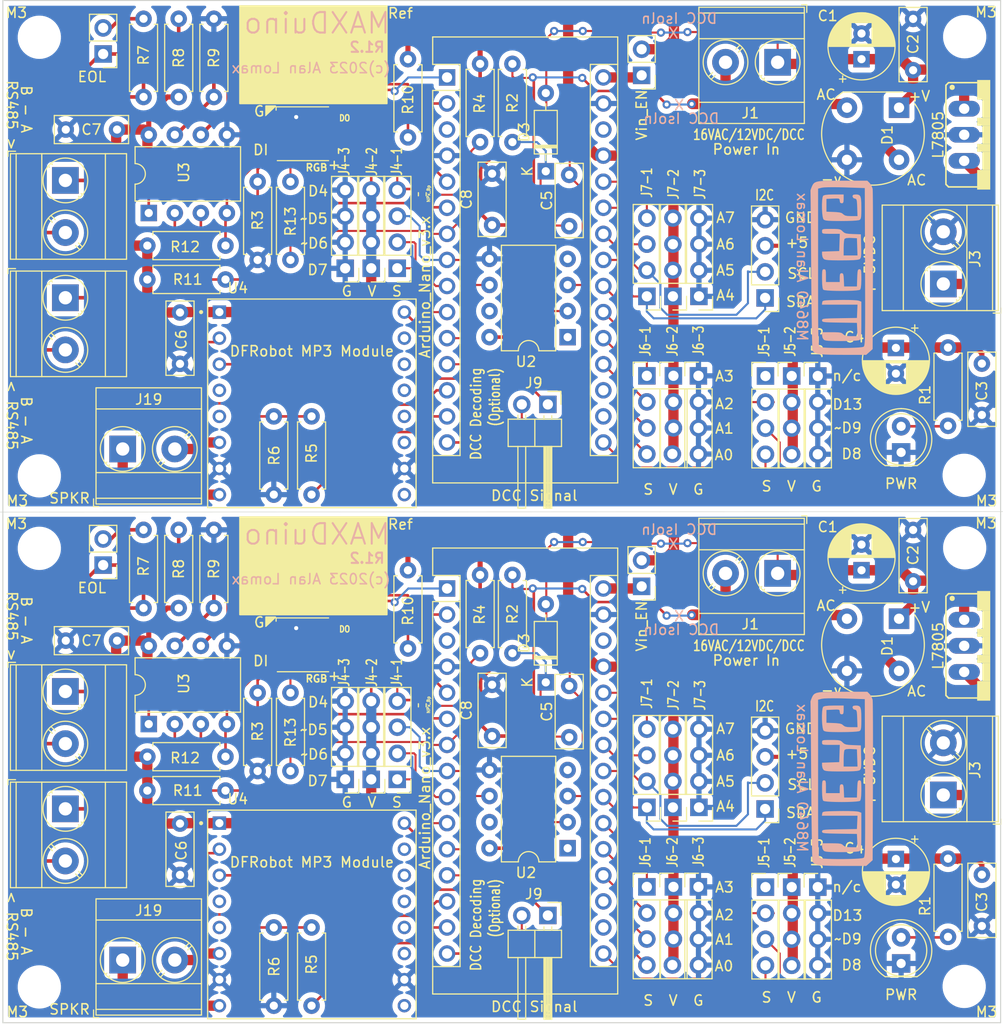
<source format=kicad_pcb>
(kicad_pcb (version 20211014) (generator pcbnew)
  (title_block (title "MAXDuino") (date "2023-09-07") (rev "1.2") (comment 1 "RS485 / MP3 / LED / Sensor / I2C / DCC") (comment 2 "for Modular Rlwy Animations") (comment 3 "Arduino PCB"))
  (layers (0 "F.Cu" signal) (31 "B.Cu" signal) (34 "B.Paste" user) (35 "F.Paste" user) (36 "B.SilkS" user "B.Silkscreen") (37 "F.SilkS" user "F.Silkscreen") (38 "B.Mask" user) (39 "F.Mask" user) (44 "Edge.Cuts" user))
  (net 0 "")
  (net 1 "Board_0-+5V")
  (net 2 "Board_0-A0")
  (net 3 "Board_0-A1")
  (net 4 "Board_0-A2")
  (net 5 "Board_0-A3")
  (net 6 "Board_0-A4 {slash} I2C SDA")
  (net 7 "Board_0-A5 {slash} I2C SCL")
  (net 8 "Board_0-A6")
  (net 9 "Board_0-A7")
  (net 10 "Board_0-D0{slash}Rx")
  (net 11 "Board_0-D10")
  (net 12 "Board_0-D11")
  (net 13 "Board_0-D12")
  (net 14 "Board_0-D13")
  (net 15 "Board_0-D1{slash}Tx")
  (net 16 "Board_0-D2 DE")
  (net 17 "Board_0-D3 RE")
  (net 18 "Board_0-D4")
  (net 19 "Board_0-D4-Hdr")
  (net 20 "Board_0-D6-PWM")
  (net 21 "Board_0-D7")
  (net 22 "Board_0-D8")
  (net 23 "Board_0-D9-PWM")
  (net 24 "Board_0-DCC_Sig")
  (net 25 "Board_0-DCC_in1")
  (net 26 "Board_0-DCC_in2")
  (net 27 "Board_0-GND")
  (net 28 "Board_0-Net-(C1-Pad1)")
  (net 29 "Board_0-Net-(C5-Pad1)")
  (net 30 "Board_0-Net-(D2-Pad2)")
  (net 31 "Board_0-Net-(D4-Pad2)")
  (net 32 "Board_0-Net-(J16-Pad1)")
  (net 33 "Board_0-Net-(J16-Pad2)")
  (net 34 "Board_0-Net-(J19-Pad1)")
  (net 35 "Board_0-Net-(J19-Pad2)")
  (net 36 "Board_0-Net-(JR7-Pad2)")
  (net 37 "Board_0-Net-(R5-Pad2)")
  (net 38 "Board_0-Vin")
  (net 39 "Board_0-unconnected-(A1-Pad17)")
  (net 40 "Board_0-unconnected-(A1-Pad18)")
  (net 41 "Board_0-unconnected-(A1-Pad28)")
  (net 42 "Board_0-unconnected-(A1-Pad3)")
  (net 43 "Board_0-unconnected-(J5-1-Pad1)")
  (net 44 "Board_0-unconnected-(U2-Pad1)")
  (net 45 "Board_0-unconnected-(U2-Pad4)")
  (net 46 "Board_0-unconnected-(U2-Pad7)")
  (net 47 "Board_0-unconnected-(U4-Pad11)")
  (net 48 "Board_0-unconnected-(U4-Pad12)")
  (net 49 "Board_0-unconnected-(U4-Pad13)")
  (net 50 "Board_0-unconnected-(U4-Pad14)")
  (net 51 "Board_0-unconnected-(U4-Pad15)")
  (net 52 "Board_0-unconnected-(U4-Pad4)")
  (net 53 "Board_0-unconnected-(U4-Pad5)")
  (net 54 "Board_0-unconnected-(U4-Pad9)")
  (net 55 "Board_1-+5V")
  (net 56 "Board_1-A0")
  (net 57 "Board_1-A1")
  (net 58 "Board_1-A2")
  (net 59 "Board_1-A3")
  (net 60 "Board_1-A4 {slash} I2C SDA")
  (net 61 "Board_1-A5 {slash} I2C SCL")
  (net 62 "Board_1-A6")
  (net 63 "Board_1-A7")
  (net 64 "Board_1-D0{slash}Rx")
  (net 65 "Board_1-D10")
  (net 66 "Board_1-D11")
  (net 67 "Board_1-D12")
  (net 68 "Board_1-D13")
  (net 69 "Board_1-D1{slash}Tx")
  (net 70 "Board_1-D2 DE")
  (net 71 "Board_1-D3 RE")
  (net 72 "Board_1-D4")
  (net 73 "Board_1-D4-Hdr")
  (net 74 "Board_1-D6-PWM")
  (net 75 "Board_1-D7")
  (net 76 "Board_1-D8")
  (net 77 "Board_1-D9-PWM")
  (net 78 "Board_1-DCC_Sig")
  (net 79 "Board_1-DCC_in1")
  (net 80 "Board_1-DCC_in2")
  (net 81 "Board_1-GND")
  (net 82 "Board_1-Net-(C1-Pad1)")
  (net 83 "Board_1-Net-(C5-Pad1)")
  (net 84 "Board_1-Net-(D2-Pad2)")
  (net 85 "Board_1-Net-(D4-Pad2)")
  (net 86 "Board_1-Net-(J16-Pad1)")
  (net 87 "Board_1-Net-(J16-Pad2)")
  (net 88 "Board_1-Net-(J19-Pad1)")
  (net 89 "Board_1-Net-(J19-Pad2)")
  (net 90 "Board_1-Net-(JR7-Pad2)")
  (net 91 "Board_1-Net-(R5-Pad2)")
  (net 92 "Board_1-Vin")
  (net 93 "Board_1-unconnected-(A1-Pad17)")
  (net 94 "Board_1-unconnected-(A1-Pad18)")
  (net 95 "Board_1-unconnected-(A1-Pad28)")
  (net 96 "Board_1-unconnected-(A1-Pad3)")
  (net 97 "Board_1-unconnected-(J5-1-Pad1)")
  (net 98 "Board_1-unconnected-(U2-Pad1)")
  (net 99 "Board_1-unconnected-(U2-Pad4)")
  (net 100 "Board_1-unconnected-(U2-Pad7)")
  (net 101 "Board_1-unconnected-(U4-Pad11)")
  (net 102 "Board_1-unconnected-(U4-Pad12)")
  (net 103 "Board_1-unconnected-(U4-Pad13)")
  (net 104 "Board_1-unconnected-(U4-Pad14)")
  (net 105 "Board_1-unconnected-(U4-Pad15)")
  (net 106 "Board_1-unconnected-(U4-Pad4)")
  (net 107 "Board_1-unconnected-(U4-Pad5)")
  (net 108 "Board_1-unconnected-(U4-Pad9)")
  (footprint "Resistor_THT:R_Axial_DIN0207_L6.3mm_D2.5mm_P7.62mm_Horizontal" (layer "F.Cu") (at 64.6814 70.9542 -90)
    (fp_text reference "R2")
    (fp_text value "2K2" hide)
  )
  (footprint "Module:Arduino_Nano" (layer "F.Cu") (at 58.306 72.275)
    (fp_text reference "A1" hide)
    (fp_text value "Arduino_Nano_v3.x")
  )
  (footprint "Resistor_THT:R_Axial_DIN0207_L6.3mm_D2.5mm_P7.62mm_Horizontal" (layer "F.Cu") (at 36.706 91.96 180)
    (fp_text reference "R11")
    (fp_text value "10K" hide)
  )
  (footprint "Resistor_SMD:R_0402_1005Metric" (layer "F.Cu") (at 55.893 33.8702 90)
    (fp_text reference "R14" hide)
    (fp_text value "0R" hide)
  )
  (footprint "Capacitor_THT:C_Disc_D7.0mm_W2.5mm_P5.00mm" (layer "F.Cu") (at 70.2186 36.9798 90)
    (fp_text reference "C5")
    (fp_text value ".001uF" hide)
  )
  (footprint "Capacitor_THT:C_Disc_D7.0mm_W2.5mm_P5.00mm" (layer "F.Cu") (at 62.7002 36.8674 90)
    (fp_text reference "C8")
    (fp_text value "100nF")
  )
  (footprint "Capacitor_THT:C_Disc_D7.0mm_W2.5mm_P5.00mm" (layer "F.Cu") (at 103.7466 71.5746 90)
    (fp_text reference "C2")
    (fp_text value "100nF" hide)
  )
  (footprint "Resistor_THT:R_Axial_DIN0207_L6.3mm_D2.5mm_P7.62mm_Horizontal" (layer "F.Cu") (at 61.5318 28.7902 90)
    (fp_text reference "R4")
    (fp_text value "470R" hide)
  )
  (footprint "Connector_PinHeader_2.54mm:PinHeader_1x02_P2.54mm_Horizontal" (layer "F.Cu") (at 68.1358 54.3426 -90)
    (fp_text reference "J9")
    (fp_text value "DCC Signal")
  )
  (footprint "Connector_PinHeader_2.54mm:PinHeader_1x04_P2.54mm_Vertical" (layer "F.Cu") (at 82.819 101.3426)
    (fp_text reference "J6-3")
    (fp_text value "GND" hide)
  )
  (footprint "Connector_PinHeader_2.54mm:PinHeader_1x04_P2.54mm_Vertical" (layer "F.Cu") (at 91.9102 51.5786)
    (fp_text reference "J5-2")
    (fp_text value "+5" hide)
  )
  (footprint "Capacitor_THT:C_Disc_D7.0mm_W2.5mm_P5.00mm" (layer "F.Cu") (at 32.271 95.175 -90)
    (fp_text reference "C6")
    (fp_text value "100nF" hide)
  )
  (footprint "Connector_PinHeader_2.54mm:PinHeader_1x04_P2.54mm_Vertical" (layer "F.Cu") (at 53.4562 90.8678 180)
    (fp_text reference "J4-1")
    (fp_text value "I/O" hide)
  )
  (footprint "Resistor_THT:R_Axial_DIN0207_L6.3mm_D2.5mm_P7.62mm_Horizontal" (layer "F.Cu") (at 107.1502 98.5894 -90)
    (fp_text reference "R1")
    (fp_text value "6.8K")
  )
  (footprint "Connector_PinHeader_2.54mm:PinHeader_1x04_P2.54mm_Vertical" (layer "F.Cu") (at 80.3286 43.817 180)
    (fp_text reference "J7-2")
    (fp_text value "+5" hide)
  )
  (footprint "Capacitor_THT:C_Disc_D7.0mm_W2.5mm_P5.00mm" (layer "F.Cu") (at 110.4522 50.3694 -90)
    (fp_text reference "C3")
    (fp_text value "100nF" hide)
  )
  (footprint "Connector_PinHeader_2.54mm:PinHeader_1x04_P2.54mm_Vertical" (layer "F.Cu") (at 80.379 101.3426)
    (fp_text reference "J6-2")
    (fp_text value "+5" hide)
  )
  (footprint "Resistor_THT:R_Axial_DIN0207_L6.3mm_D2.5mm_P7.62mm_Horizontal" (layer "F.Cu") (at 28.715 16.776 -90)
    (fp_text reference "R7")
    (fp_text value "120R" hide)
  )
  (footprint "Connector_PinHeader_2.54mm:PinHeader_1x04_P2.54mm_Vertical" (layer "F.Cu") (at 77.7878 101.3426)
    (fp_text reference "J6-1")
    (fp_text value "I/O" hide)
  )
  (footprint "MountingHole:MountingHole_3.2mm_M3" (layer "F.Cu") (at 108.725 61.2514)
    (fp_text reference "M3.2" hide)
    (fp_text value "M3")
  )
  (footprint "Connector_PinHeader_2.54mm:PinHeader_1x04_P2.54mm_Vertical" (layer "F.Cu") (at 48.3746 41.0838 180)
    (fp_text reference "J4-3")
    (fp_text value "GND" hide)
  )
  (footprint "MountingHole:MountingHole_3.2mm_M3" (layer "F.Cu") (at 18.555 61.3022)
    (fp_text reference "M3.3" hide)
    (fp_text value "M3")
  )
  (footprint "Package_DIP:DIP-8_W7.62mm" (layer "F.Cu") (at 29.223 85.483 90)
    (fp_text reference "U3")
    (fp_text value "MAX485E" hide)
  )
  (footprint "TerminalBlock_Phoenix:TerminalBlock_Phoenix_MKDS-3-2-5.08_1x02_P5.08mm_Horizontal" (layer "F.Cu") (at 90.5386 21.0178 180)
    (fp_text reference "J1")
    (fp_text value "16VAC/12VDC/DCC")
  )
  (footprint "LED_SMD:LED_Inolux_IN-PI554FCH_PLCC4_5.0x5.0mm_P3.2mm" (layer "F.Cu") (at 44.2598 27.9774)
    (fp_text reference "D4")
    (fp_text value "Inolux_IN-PI554FCH")
  )
  (footprint "Resistor_THT:R_Axial_DIN0207_L6.3mm_D2.5mm_P7.62mm_Horizontal" (layer "F.Cu") (at 28.715 66.56 -90)
    (fp_text reference "R7")
    (fp_text value "120R" hide)
  )
  (footprint "DFRobot:MODULE_DFR0299" (layer "F.Cu") (at 45.1265 104.025)
    (fp_text reference "U4")
    (fp_text value "DFRobot MP3")
  )
  (footprint "TerminalBlock_Phoenix:TerminalBlock_Phoenix_MKDS-3-2-5.08_1x02_P5.08mm_Horizontal" (layer "F.Cu") (at 26.683 108.47)
    (fp_text reference "J19")
    (fp_text value "SPKR")
  )
  (footprint "Connector_PinHeader_2.54mm:PinHeader_1x04_P2.54mm_Vertical" (layer "F.Cu") (at 94.451 101.3626)
    (fp_text reference "J5-3")
    (fp_text value "GND" hide)
  )
  (footprint "Diode_THT:D_DO-35_SOD27_P7.62mm_Horizontal" (layer "F.Cu") (at 67.9326 31.635 90)
    (fp_text reference "D3")
    (fp_text value "1N914")
  )
  (footprint "TerminalBlock_Phoenix:TerminalBlock_Phoenix_MKDS-3-2-5.08_1x02_P5.08mm_Horizontal" (layer "F.Cu") (at 21.095 93.738 -90)
    (fp_text reference "J17" hide)
    (fp_text value "< RS485")
  )
  (footprint "Resistor_THT:R_Axial_DIN0207_L6.3mm_D2.5mm_P7.62mm_Horizontal" (layer "F.Cu") (at 45.098 112.915 90)
    (fp_text reference "R5")
    (fp_text value "680R" hide)
  )
  (footprint "Connector_PinHeader_2.54mm:PinHeader_1x02_P2.54mm_Horizontal" (layer "F.Cu") (at 68.1358 104.1266 -90)
    (fp_text reference "J9")
    (fp_text value "DCC Signal")
  )
  (footprint "TerminalBlock_Phoenix:TerminalBlock_Phoenix_MKDS-3-2-5.08_1x02_P5.08mm_Horizontal" (layer "F.Cu") (at 21.095 82.308 -90)
    (fp_text reference "J16" hide)
    (fp_text value "RS485 >")
  )
  (footprint "MountingHole:MountingHole_3.2mm_M3" (layer "F.Cu") (at 108.7758 18.5286)
    (fp_text reference "M3.1" hide)
    (fp_text value "M3")
  )
  (footprint "MountingHole:MountingHole_3.2mm_M3" (layer "F.Cu") (at 18.555 111.0862)
    (fp_text reference "M3.3" hide)
    (fp_text value "M3")
  )
  (footprint "Connector_PinHeader_2.54mm:PinHeader_1x04_P2.54mm_Vertical" (layer "F.Cu") (at 50.9154 90.8678 180)
    (fp_text reference "J4-2")
    (fp_text value "+5" hide)
  )
  (footprint "MountingHole:MountingHole_3.2mm_M3" (layer "F.Cu") (at 108.7758 68.3126)
    (fp_text reference "M3.1" hide)
    (fp_text value "M3")
  )
  (footprint "Resistor_THT:R_Axial_DIN0207_L6.3mm_D2.5mm_P7.62mm_Horizontal" (layer "F.Cu") (at 54.496 28.333 90)
    (fp_text reference "R10")
    (fp_text value "10K" hide)
  )
  (footprint "Module:Arduino_Nano" (layer "F.Cu") (at 58.306 22.491)
    (fp_text reference "A1" hide)
    (fp_text value "Arduino_Nano_v3.x")
  )
  (footprint "Capacitor_THT:C_Disc_D7.0mm_W2.5mm_P5.00mm" (layer "F.Cu") (at 110.4522 100.1534 -90)
    (fp_text reference "C3")
    (fp_text value "100nF" hide)
  )
  (footprint "Capacitor_THT:CP_Radial_D6.3mm_P2.50mm" (layer "F.Cu") (at 102.0702 48.842221 -90)
    (fp_text reference "C4")
    (fp_text value "220uF")
  )
  (footprint "Resistor_THT:R_Axial_DIN0207_L6.3mm_D2.5mm_P7.62mm_Horizontal" (layer "F.Cu") (at 32.144 24.396 90)
    (fp_text reference "R8")
    (fp_text value "20K" hide)
  )
  (footprint "TerminalBlock_Phoenix:TerminalBlock_Phoenix_MKDS-3-2-5.08_1x02_P5.08mm_Horizontal" (layer "F.Cu") (at 21.095 43.954 -90)
    (fp_text reference "J17" hide)
    (fp_text value "< RS485")
  )
  (footprint "Connector_PinHeader_2.54mm:PinHeader_1x04_P2.54mm_Vertical" (layer "F.Cu") (at 50.9154 41.0838 180)
    (fp_text reference "J4-2")
    (fp_text value "+5" hide)
  )
  (footprint "Resistor_THT:R_Axial_DIN0207_L6.3mm_D2.5mm_P7.62mm_Horizontal" (layer "F.Cu") (at 32.144 74.18 90)
    (fp_text reference "R8")
    (fp_text value "20K" hide)
  )
  (footprint "Resistor_THT:R_Axial_DIN0207_L6.3mm_D2.5mm_P7.62mm_Horizontal" (layer "F.Cu") (at 36.706 42.176 180)
    (fp_text reference "R11")
    (fp_text value "10K" hide)
  )
  (footprint "Resistor_THT:R_Axial_DIN0207_L6.3mm_D2.5mm_P7.62mm_Horizontal" (layer "F.Cu") (at 39.8402 90.055 90)
    (fp_text reference "R3")
    (fp_text value "10K" hide)
  )
  (footprint "Connector_PinHeader_2.54mm:PinHeader_1x04_P2.54mm_Vertical" (layer "F.Cu") (at 77.7878 43.817 180)
    (fp_text reference "J7-1")
    (fp_text value "I/O" hide)
  )
  (footprint "Connector_PinHeader_2.54mm:PinHeader_1x02_P2.54mm_Vertical" (layer "F.Cu") (at 77.2798 22.2878 180)
    (fp_text reference "J2" hide)
    (fp_text value "Vin_EN")
  )
  (footprint "Capacitor_THT:C_Disc_D7.0mm_W2.5mm_P5.00mm" (layer "F.Cu") (at 62.7002 86.6514 90)
    (fp_text reference "C8")
    (fp_text value "100nF")
  )
  (footprint "Connector_PinHeader_2.54mm:PinHeader_1x02_P2.54mm_Vertical" (layer "F.Cu") (at 24.778 69.994 180)
    (fp_text reference "JR7" hide)
    (fp_text value "EOL")
  )
  (footprint "Package_DIP:DIP-8_W7.62mm" (layer "F.Cu") (at 29.223 35.699 90)
    (fp_text reference "U3")
    (fp_text value "MAX485E" hide)
  )
  (footprint "Connector_PinHeader_2.54mm:PinHeader_1x04_P2.54mm_Vertical" (layer "F.Cu") (at 82.819 51.5586)
    (fp_text reference "J6-3")
    (fp_text value "GND" hide)
  )
  (footprint "Connector_PinHeader_2.54mm:PinHeader_1x02_P2.54mm_Vertical" (layer "F.Cu") (at 77.2798 72.0718 180)
    (fp_text reference "J2" hide)
    (fp_text value "Vin_EN")
  )
  (footprint "MountingHole:MountingHole_3.2mm_M3" (layer "F.Cu") (at 108.725 111.0354)
    (fp_text reference "M3.2" hide)
    (fp_text value "M3")
  )
  (footprint "TerminalBlock_Phoenix:TerminalBlock_Phoenix_MKDS-3-2-5.08_1x02_P5.08mm_Horizontal" (layer "F.Cu") (at 90.5386 70.8018 180)
    (fp_text reference "J1")
    (fp_text value "16VAC/12VDC/DCC")
  )
  (footprint "Connector_PinHeader_2.54mm:PinHeader_1x04_P2.54mm_Vertical" (layer "F.Cu") (at 80.3286 93.601 180)
    (fp_text reference "J7-2")
    (fp_text value "+5" hide)
  )
  (footprint "Resistor_THT:R_Axial_DIN0207_L6.3mm_D2.5mm_P7.62mm_Horizontal" (layer "F.Cu") (at 35.573 24.396 90)
    (fp_text reference "R9")
    (fp_text value "20K" hide)
  )
  (footprint "Capacitor_THT:CP_Radial_D6.3mm_P2.50mm" (layer "F.Cu") (at 98.7174 20.713 90)
    (fp_text reference "C1")
    (fp_text value "220uF")
  )
  (footprint "TerminalBlock_Phoenix:TerminalBlock_Phoenix_MKDS-3-2-5.08_1x02_P5.08mm_Horizontal" (layer "F.Cu") (at 106.693 92.3918 90)
    (fp_text reference "J3")
    (fp_text value "5VDC")
  )
  (footprint "Resistor_THT:R_Axial_DIN0207_L6.3mm_D2.5mm_P7.62mm_Horizontal" (layer "F.Cu") (at 39.8402 40.271 90)
    (fp_text reference "R3")
    (fp_text value "10K" hide)
  )
  (footprint "" (layer "F.Cu") (at 44.082 71.894)
    (fp_text reference "")
    (fp_text value "")
  )
  (footprint "Resistor_THT:R_Axial_DIN0207_L6.3mm_D2.5mm_P7.62mm_Horizontal" (layer "F.Cu") (at 43.0406 90.055 90)
    (fp_text reference "R13")
    (fp_text value "330R" hide)
  )
  (footprint "Diode_THT:Diode_Bridge_Round_D9.8mm" (layer "F.Cu") (at 102.375 75.2214 -90)
    (fp_text reference "D1")
    (fp_text value "B40C1500G" hide)
  )
  (footprint "Resistor_THT:R_Axial_DIN0207_L6.3mm_D2.5mm_P7.62mm_Horizontal" (layer "F.Cu") (at 54.496 78.117 90)
    (fp_text reference "R10")
    (fp_text value "10K" hide)
  )
  (footprint "Connector_PinHeader_2.54mm:PinHeader_1x04_P2.54mm_Vertical" (layer "F.Cu") (at 91.9102 101.3626)
    (fp_text reference "J5-2")
    (fp_text value "+5" hide)
  )
  (footprint "Resistor_THT:R_Axial_DIN0207_L6.3mm_D2.5mm_P7.62mm_Horizontal" (layer "F.Cu") (at 35.573 74.18 90)
    (fp_text reference "R9")
    (fp_text value "20K" hide)
  )
  (footprint "Diode_THT:D_DO-35_SOD27_P7.62mm_Horizontal" (layer "F.Cu") (at 67.9326 81.419 90)
    (fp_text reference "D3")
    (fp_text value "1N914")
  )
  (footprint "Connector_PinHeader_2.54mm:PinHeader_1x04_P2.54mm_Vertical" (layer "F.Cu") (at 48.3746 90.8678 180)
    (fp_text reference "J4-3")
    (fp_text value "GND" hide)
  )
  (footprint "Connector_PinHeader_2.54mm:PinHeader_1x04_P2.54mm_Vertical" (layer "F.Cu") (at 77.7878 51.5586)
    (fp_text reference "J6-1")
    (fp_text value "I/O" hide)
  )
  (footprint "Capacitor_THT:CP_Radial_D6.3mm_P2.50mm" (layer "F.Cu") (at 98.7174 70.497 90)
    (fp_text reference "C1")
    (fp_text value "220uF")
  )
  (footprint "Resistor_THT:R_Axial_DIN0207_L6.3mm_D2.5mm_P7.62mm_Horizontal" (layer "F.Cu") (at 43.0406 40.271 90)
    (fp_text reference "R13")
    (fp_text value "330R" hide)
  )
  (footprint "Connector_PinHeader_2.54mm:PinHeader_1x04_P2.54mm_Vertical" (layer "F.Cu") (at 82.8678 93.601 180)
    (fp_text reference "J7-3")
    (fp_text value "GND" hide)
  )
  (footprint "Connector_PinHeader_2.54mm:PinHeader_1x04_P2.54mm_Vertical" (layer "F.Cu") (at 82.8678 43.817 180)
    (fp_text reference "J7-3")
    (fp_text value "GND" hide)
  )
  (footprint "Connector_PinHeader_2.54mm:PinHeader_1x02_P2.54mm_Vertical" (layer "F.Cu") (at 24.778 20.21 180)
    (fp_text reference "JR7" hide)
    (fp_text value "EOL")
  )
  (footprint "Resistor_THT:R_Axial_DIN0207_L6.3mm_D2.5mm_P7.62mm_Horizontal" (layer "F.Cu") (at 36.706 38.874 180)
    (fp_text reference "R12")
    (fp_text value "10K" hide)
  )
  (footprint "Connector_PinHeader_2.54mm:PinHeader_1x04_P2.54mm_Vertical" (layer "F.Cu") (at 89.3194 43.9694 180)
    (fp_text reference "J8" hide)
    (fp_text value "I2C")
  )
  (footprint "Diode_THT:Diode_Bridge_Round_D9.8mm" (layer "F.Cu") (at 102.375 25.4374 -90)
    (fp_text reference "D1")
    (fp_text value "B40C1500G" hide)
  )
  (footprint "Package_DIP:DIP-8_W7.62mm" (layer "F.Cu") (at 70.0662 97.5734 180)
    (fp_text reference "U2")
    (fp_text value "6N137" hide)
  )
  (footprint "Connector_PinHeader_2.54mm:PinHeader_1x04_P2.54mm_Vertical" (layer "F.Cu") (at 89.3194 93.7534 180)
    (fp_text reference "J8" hide)
    (fp_text value "I2C")
  )
  (footprint "TerminalBlock_Phoenix:TerminalBlock_Phoenix_MKDS-3-2-5.08_1x02_P5.08mm_Horizontal" (layer "F.Cu") (at 106.693 42.6078 90)
    (fp_text reference "J3")
    (fp_text value "5VDC")
  )
  (footprint "Resistor_THT:R_Axial_DIN0207_L6.3mm_D2.5mm_P7.62mm_Horizontal" (layer "F.Cu") (at 64.6814 21.1702 -90)
    (fp_text reference "R2")
    (fp_text value "2K2" hide)
  )
  (footprint "MountingHole:MountingHole_3.2mm_M3" (layer "F.Cu") (at 18.555 68.3634)
    (fp_text reference "M3.4" hide)
    (fp_text value "M3")
  )
  (footprint "Connector_PinHeader_2.54mm:PinHeader_1x04_P2.54mm_Vertical" (layer "F.Cu") (at 53.4562 41.0838 180)
    (fp_text reference "J4-1")
    (fp_text value "I/O" hide)
  )
  (footprint "Capacitor_THT:C_Disc_D7.0mm_W2.5mm_P5.00mm" (layer "F.Cu") (at 32.271 45.391 -90)
    (fp_text reference "C6")
    (fp_text value "100nF" hide)
  )
  (footprint "Capacitor_THT:C_Disc_D7.0mm_W2.5mm_P5.00mm" (layer "F.Cu") (at 70.2186 86.7638 90)
    (fp_text reference "C5")
    (fp_text value ".001uF" hide)
  )
  (footprint "Resistor_THT:R_Axial_DIN0207_L6.3mm_D2.5mm_P7.62mm_Horizontal" (layer "F.Cu") (at 41.415 55.511 -90)
    (fp_text reference "R6")
    (fp_text value "1K" hide)
  )
  (footprint "Capacitor_THT:C_Disc_D7.0mm_W2.5mm_P5.00mm" (layer "F.Cu") (at 103.7466 21.7906 90)
    (fp_text reference "C2")
    (fp_text value "100nF" hide)
  )
  (footprint "Capacitor_THT:CP_Radial_D6.3mm_P2.50mm" (layer "F.Cu") (at 102.0702 98.626221 -90)
    (fp_text reference "C4")
    (fp_text value "220uF")
  )
  (footprint "Package_DIP:DIP-8_W7.62mm" (layer "F.Cu") (at 70.0662 47.7894 180)
    (fp_text reference "U2")
    (fp_text value "6N137" hide)
  )
  (footprint "" (layer "F.Cu") (at 94.374 71.64)
    (fp_text reference "")
    (fp_text value "")
  )
  (footprint "Connector_PinHeader_2.54mm:PinHeader_1x04_P2.54mm_Vertical" (layer "F.Cu") (at 94.451 51.5786)
    (fp_text reference "J5-3")
    (fp_text value "GND" hide)
  )
  (footprint "Resistor_THT:R_Axial_DIN0207_L6.3mm_D2.5mm_P7.62mm_Horizontal" (layer "F.Cu") (at 45.098 63.131 90)
    (fp_text reference "R5")
    (fp_text value "680R" hide)
  )
  (footprint "LED_THT:LED_D5.0mm" (layer "F.Cu") (at 102.5782 59.0162 90)
    (fp_text reference "D2" hide)
    (fp_text value "PWR")
  )
  (footprint "Resistor_THT:R_Axial_DIN0207_L6.3mm_D2.5mm_P7.62mm_Horizontal" (layer "F.Cu") (at 61.5318 78.5742 90)
    (fp_text reference "R4")
    (fp_text value "470R" hide)
  )
  (footprint "MountingHole:MountingHole_3.2mm_M3" (layer "F.Cu") (at 18.555 18.5794)
    (fp_text reference "M3.4" hide)
    (fp_text value "M3")
  )
  (footprint "Resistor_THT:R_Axial_DIN0207_L6.3mm_D2.5mm_P7.62mm_Horizontal" (layer "F.Cu") (at 36.706 88.658 180)
    (fp_text reference "R12")
    (fp_text value "10K" hide)
  )
  (footprint "L7805:78XXS" (layer "F.Cu") (at 111.265 77.863 -90)
    (fp_text reference "U1" hide)
    (fp_text value "L7805")
  )
  (footprint "Resistor_THT:R_Axial_DIN0207_L6.3mm_D2.5mm_P7.62mm_Horizontal" (layer "F.Cu") (at 107.1502 48.8054 -90)
    (fp_text reference "R1")
    (fp_text value "6.8K")
  )
  (footprint "Connector_PinHeader_2.54mm:PinHeader_1x04_P2.54mm_Vertical" (layer "F.Cu") (at 80.379 51.5586)
    (fp_text reference "J6-2")
    (fp_text value "+5" hide)
  )
  (footprint "LED_SMD:LED_Inolux_IN-PI554FCH_PLCC4_5.0x5.0mm_P3.2mm" (layer "F.Cu") (at 44.2598 77.7614)
    (fp_text reference "D4")
    (fp_text value "Inolux_IN-PI554FCH")
  )
  (footprint "L7805:78XXS" (layer "F.Cu") (at 111.265 28.079 -90)
    (fp_text reference "U1" hide)
    (fp_text value "L7805")
  )
  (footprint "Resistor_THT:R_Axial_DIN0207_L6.3mm_D2.5mm_P7.62mm_Horizontal" (layer "F.Cu") (at 41.415 105.295 -90)
    (fp_text reference "R6")
    (fp_text value "1K" hide)
  )
  (footprint "TerminalBlock_Phoenix:TerminalBlock_Phoenix_MKDS-3-2-5.08_1x02_P5.08mm_Horizontal" (layer "F.Cu") (at 26.683 58.686)
    (fp_text reference "J19")
    (fp_text value "SPKR")
  )
  (footprint "" (layer "F.Cu") (at 94.374 21.856)
    (fp_text reference "")
    (fp_text value "")
  )
  (footprint "" (layer "F.Cu") (at 44.082 22.11)
    (fp_text reference "")
    (fp_text value "")
  )
  (footprint "LED_THT:LED_D5.0mm" (layer "F.Cu") (at 102.5782 108.8002 90)
    (fp_text reference "D2" hide)
    (fp_text value "PWR")
  )
  (footprint "Capacitor_THT:C_Disc_D7.0mm_W2.5mm_P5.00mm" (layer "F.Cu") (at 26.135 77.355 180)
    (fp_text reference "C7")
    (fp_text value "100nF" hide)
  )
  (footprint "Capacitor_THT:C_Disc_D7.0mm_W2.5mm_P5.00mm" (layer "F.Cu") (at 26.135 27.571 180)
    (fp_text reference "C7")
    (fp_text value "100nF" hide)
  )
  (footprint "DFRobot:MODULE_DFR0299" (layer "F.Cu") (at 45.1265 54.241)
    (fp_text reference "U4")
    (fp_text value "DFRobot MP3")
  )
  (footprint "Connector_PinHeader_2.54mm:PinHeader_1x04_P2.54mm_Vertical" (layer "F.Cu") (at 77.7878 93.601 180)
    (fp_text reference "J7-1")
    (fp_text value "I/O" hide)
  )
  (footprint "Connector_PinHeader_2.54mm:PinHeader_1x04_P2.54mm_Vertical" (layer "F.Cu") (at 89.3538 101.3626)
    (fp_text reference "J5-1")
    (fp_text value "I/O" hide)
  )
  (footprint "Resistor_SMD:R_0402_1005Metric" (layer "F.Cu") (at 55.893 83.6542 90)
    (fp_text reference "R14" hide)
    (fp_text value "0R" hide)
  )
  (footprint "Connector_PinHeader_2.54mm:PinHeader_1x04_P2.54mm_Vertical" (layer "F.Cu") (at 89.3538 51.5786)
    (fp_text reference "J5-1")
    (fp_text value "I/O" hide)
  )
  (footprint "TerminalBlock_Phoenix:TerminalBlock_Phoenix_MKDS-3-2-5.08_1x02_P5.08mm_Horizontal" (layer "F.Cu") (at 21.095 32.524 -90)
    (fp_text reference "J16" hide)
    (fp_text value "RS485 >")
  )
  (footprint "LOGO" (layer "B.Cu") (at 96.879086 40.985076 90)
    (fp_text reference "G***" hide)
    (fp_text value "LOGO" hide)
  )
  (footprint "LOGO" (layer "B.Cu") (at 96.879086 90.769076 90)
    (fp_text reference "G***" hide)
    (fp_text value "LOGO" hide)
  )
  (gr_poly (pts (xy 40.653 75.9326) (xy 40.653 75.069) (xy 41.5674 75.069)) (layer "F.SilkS") (width 0.15) (fill solid))
  (gr_poly (pts (xy 40.653 26.1486) (xy 40.653 25.285) (xy 41.5674 25.285)) (layer "F.SilkS") (width 0.15) (fill solid))
  (gr_rect (start 38.113 15.5314) (end 52.4386 25.031) (layer "F.SilkS") (width 0.15) (fill solid))
  (gr_rect (start 38.113 65.3154) (end 52.4386 74.815) (layer "F.SilkS") (width 0.15) (fill solid))
  (gr_line (start 112.4852 64.785) (end 14.746 64.8348) (layer "Edge.Cuts") (width 0.05))
  (gr_line (start 112.28 114.57) (end 112.28 15) (layer "Edge.Cuts") (width 0.1))
  (gr_line (start 112.28 15) (end 15 15) (layer "Edge.Cuts") (width 0.1))
  (gr_line (start 15 114.57) (end 112.28 114.57) (layer "Edge.Cuts") (width 0.1))
  (gr_line (start 15 15) (end 15 114.57) (layer "Edge.Cuts") (width 0.1))
  (gr_text "DCC Isoln" (at 80.9374 66.5346) (layer "B.SilkS") (effects (font (size 1 1)) (justify mirror)))
  (gr_text "DCC Isoln" (at 80.9374 16.7506) (layer "B.SilkS") (effects (font (size 1 1)) (justify mirror)))
  (gr_text "X" (at 80.9374 74.9674) (layer "B.SilkS") (effects (font (size 1 1)) (justify mirror)))
  (gr_text "X" (at 80.9374 25.1834) (layer "B.SilkS") (effects (font (size 1 1)) (justify mirror)))
  (gr_text "M8640 Alan Lomax " (at 92.9262 40.5758 270) (layer "B.SilkS") (effects (font (size 1 1)) (justify mirror)))
  (gr_text "M8640 Alan Lomax " (at 92.9262 90.3598 270) (layer "B.SilkS") (effects (font (size 1 1)) (justify mirror)))
  (gr_text "R1.2" (at 50.5082 19.5446) (layer "B.SilkS") (effects (font (size 1 1) (thickness 0.2)) (justify mirror)))
  (gr_text "R1.2" (at 50.5082 69.3286) (layer "B.SilkS") (effects (font (size 1 1) (thickness 0.2)) (justify mirror)))
  (gr_text "DCC Isoln" (at 81.1406 26.5042) (layer "B.SilkS") (effects (font (size 1 1)) (justify mirror)))
  (gr_text "DCC Isoln" (at 81.1406 76.2882) (layer "B.SilkS") (effects (font (size 1 1)) (justify mirror)))
  (gr_text "MAXDuino" (at 45.6314 66.9918) (layer "B.SilkS") (effects (font (size 2 2) (thickness 0.2)) (justify mirror)))
  (gr_text "MAXDuino" (at 45.6314 17.2078) (layer "B.SilkS") (effects (font (size 2 2) (thickness 0.2)) (justify mirror)))
  (gr_text "(c)2023 Alan Lomax " (at 44.6662 71.3606) (layer "B.SilkS") (effects (font (size 1 1)) (justify mirror)))
  (gr_text "(c)2023 Alan Lomax " (at 44.6662 21.5766) (layer "B.SilkS") (effects (font (size 1 1)) (justify mirror)))
  (gr_text "X" (at 80.3786 18.173) (layer "B.SilkS") (effects (font (size 1 1)) (justify mirror)))
  (gr_text "X" (at 80.3786 67.957) (layer "B.SilkS") (effects (font (size 1 1)) (justify mirror)))
  (gr_text "D7" (at 45.6822 41.2362) (layer "F.SilkS") (effects (font (size 1 1))))
  (gr_text "D7" (at 45.6822 91.0202) (layer "F.SilkS") (effects (font (size 1 1))))
  (gr_text "+" (at 47.3078 30.9746) (layer "F.SilkS") (effects (font (size 1 1))))
  (gr_text "+" (at 47.3078 80.7586) (layer "F.SilkS") (effects (font (size 1 1))))
  (gr_text "-v" (at 95.771 32.397) (layer "F.SilkS") (effects (font (size 1 1))))
  (gr_text "-v" (at 95.771 82.181) (layer "F.SilkS") (effects (font (size 1 1))))
  (gr_text "A7" (at 85.4586 85.9402) (layer "F.SilkS") (effects (font (size 1 1))))
  (gr_text "A7" (at 85.4586 36.1562) (layer "F.SilkS") (effects (font (size 1 1))))
  (gr_text "+" (at 99.581 43.1158 90) (layer "F.SilkS") (effects (font (size 1 1))))
  (gr_text "+" (at 99.581 92.8998 90) (layer "F.SilkS") (effects (font (size 1 1))))
  (gr_text "D8" (at 97.7522 59.1686) (layer "F.SilkS") (effects (font (size 1 1))))
  (gr_text "D8" (at 97.7522 108.9526) (layer "F.SilkS") (effects (font (size 1 1))))
  (gr_text "B - A" (at 17.285 55.892 270) (layer "F.SilkS") (effects (font (size 1 1))))
  (gr_text "B - A" (at 17.285 105.676 270) (layer "F.SilkS") (effects (font (size 1 1))))
  (gr_text "D4" (at 45.733 33.5654) (layer "F.SilkS") (effects (font (size 1 1))))
  (gr_text "D4" (at 45.733 83.3494) (layer "F.SilkS") (effects (font (size 1 1))))
  (gr_text "A3" (at 85.357 51.5994) (layer "F.SilkS") (effects (font (size 1 1))))
  (gr_text "A3" (at 85.357 101.3834) (layer "F.SilkS") (effects (font (size 1 1))))
  (gr_text "(Optional)" (at 62.9542 103.4154 90) (layer "F.SilkS") (effects (font (size 1 0.75))))
  (gr_text "(Optional)" (at 62.9542 53.6314 90) (layer "F.SilkS") (effects (font (size 1 0.75))))
  (gr_text "A0" (at 85.3062 59.2702) (layer "F.SilkS") (effects (font (size 1 1))))
  (gr_text "A0" (at 85.3062 109.0542) (layer "F.SilkS") (effects (font (size 1 1))))
  (gr_text "S  V  G" (at 91.9102 62.3182) (layer "F.SilkS") (effects (font (size 1 1))))
  (gr_text "S  V  G" (at 91.9102 112.1022) (layer "F.SilkS") (effects (font (size 1 1))))
  (gr_text "~D5" (at 45.3266 86.0418) (layer "F.SilkS") (effects (font (size 1 1))))
  (gr_text "~D5" (at 45.3266 36.2578) (layer "F.SilkS") (effects (font (size 1 1))))
  (gr_text "A5" (at 85.4586 91.071) (layer "F.SilkS") (effects (font (size 1 1))))
  (gr_text "A5" (at 85.4586 41.287) (layer "F.SilkS") (effects (font (size 1 1))))
  (gr_text "-" (at 99.6318 35.953 90) (layer "F.SilkS") (effects (font (size 1 1))))
  (gr_text "-" (at 99.6318 85.737 90) (layer "F.SilkS") (effects (font (size 1 1))))
  (gr_text "~D9" (at 97.3966 56.6286) (layer "F.SilkS") (effects (font (size 1 1))))
  (gr_text "~D9" (at 97.3966 106.4126) (layer "F.SilkS") (effects (font (size 1 1))))
  (gr_text "DI" (at 40.145 29.5522) (layer "F.SilkS") (effects (font (size 1 1))))
  (gr_text "DI" (at 40.145 79.3362) (layer "F.SilkS") (effects (font (size 1 1))))
  (gr_text "RGB" (at 45.5806 31.2794) (layer "F.SilkS") (effects (font (size 0.7 0.7))))
  (gr_text "RGB" (at 45.5806 81.0634) (layer "F.SilkS") (effects (font (size 0.7 0.7))))
  (gr_text "Ref" (at 53.7594 16.2426) (layer "F.SilkS") (effects (font (size 1 1))))
  (gr_text "Ref" (at 53.7594 66.0266) (layer "F.SilkS") (effects (font (size 1 1))))
  (gr_text "B - A" (at 17.285 75.3738 270) (layer "F.SilkS") (effects (font (size 1 1))))
  (gr_text "B - A" (at 17.285 25.5898 270) (layer "F.SilkS") (effects (font (size 1 1))))
  (gr_text "+5" (at 92.4182 88.3786) (layer "F.SilkS") (effects (font (size 1 1))))
  (gr_text "+5" (at 92.4182 38.5946) (layer "F.SilkS") (effects (font (size 1 1))))
  (gr_text "A4" (at 85.4586 43.7254) (layer "F.SilkS") (effects (font (size 1 1))))
  (gr_text "A4" (at 85.4586 93.5094) (layer "F.SilkS") (effects (font (size 1 1))))
  (gr_text "S  V  G" (at 80.3786 112.407) (layer "F.SilkS") (effects (font (size 1 1))))
  (gr_text "S  V  G" (at 80.3786 62.623) (layer "F.SilkS") (effects (font (size 1 1))))
  (gr_text "NPx_Bp" (at 56.5026 83.6034 90) (layer "F.SilkS") (effects (font (size 0.3 0.3) (thickness 0.075))))
  (gr_text "NPx_Bp" (at 56.5026 33.8194 90) (layer "F.SilkS") (effects (font (size 0.3 0.3) (thickness 0.075))))
  (gr_text "GND" (at 92.7738 36.1562) (layer "F.SilkS") (effects (font (size 1 1))))
  (gr_text "GND" (at 92.7738 85.9402) (layer "F.SilkS") (effects (font (size 1 1))))
  (gr_text "A6" (at 85.4586 38.747) (layer "F.SilkS") (effects (font (size 1 1))))
  (gr_text "A6" (at 85.4586 88.531) (layer "F.SilkS") (effects (font (size 1 1))))
  (gr_text "SCL" (at 92.8754 41.5918) (layer "F.SilkS") (effects (font (size 1 1))))
  (gr_text "SCL" (at 92.8754 91.3758) (layer "F.SilkS") (effects (font (size 1 1))))
  (gr_text "A2" (at 85.357 104.0758) (layer "F.SilkS") (effects (font (size 1 1))))
  (gr_text "A2" (at 85.357 54.2918) (layer "F.SilkS") (effects (font (size 1 1))))
  (gr_text "+V" (at 104.3562 24.3198) (layer "F.SilkS") (effects (font (size 1 1))))
  (gr_text "+V" (at 104.3562 74.1038) (layer "F.SilkS") (effects (font (size 1 1))))
  (gr_text "A1" (at 85.357 106.4634) (layer "F.SilkS") (effects (font (size 1 1))))
  (gr_text "A1" (at 85.357 56.6794) (layer "F.SilkS") (effects (font (size 1 1))))
  (gr_text "AC" (at 104.1022 32.4986) (layer "F.SilkS") (effects (font (size 1 1))))
  (gr_text "AC" (at 104.1022 82.2826) (layer "F.SilkS") (effects (font (size 1 1))))
  (gr_text "AC" (at 95.263 73.9514) (layer "F.SilkS") (effects (font (size 1 1))))
  (gr_text "AC" (at 95.263 24.1674) (layer "F.SilkS") (effects (font (size 1 1))))
  (gr_text "G" (at 39.9926 25.793) (layer "F.SilkS") (effects (font (size 1 1))))
  (gr_text "G" (at 39.9926 75.577) (layer "F.SilkS") (effects (font (size 1 1))))
  (gr_text "DO" (at 48.3238 26.4534) (layer "F.SilkS") (effects (font (size 0.6 0.5) (thickness 0.125))))
  (gr_text "DO" (at 48.3238 76.2374) (layer "F.SilkS") (effects (font (size 0.6 0.5) (thickness 0.125))))
  (gr_text "SDA" (at 92.7738 44.335) (layer "F.SilkS") (effects (font (size 1 1))))
  (gr_text "SDA" (at 92.7738 94.119) (layer "F.SilkS") (effects (font (size 1 1))))
  (gr_text "G  V  S" (at 50.9654 43.319) (layer "F.SilkS") (effects (font (size 1 1))))
  (gr_text "G  V  S" (at 50.9654 93.103) (layer "F.SilkS") (effects (font (size 1 1))))
  (gr_text "n/c" (at 97.295 51.5486) (layer "F.SilkS") (effects (font (size 1 1))))
  (gr_text "n/c" (at 97.295 101.3326) (layer "F.SilkS") (effects (font (size 1 1))))
  (gr_text "~D6" (at 45.3774 38.6454) (layer "F.SilkS") (effects (font (size 1 1))))
  (gr_text "~D6" (at 45.3774 88.4294) (layer "F.SilkS") (effects (font (size 1 1))))
  (gr_text "D13" (at 97.3458 104.1266) (layer "F.SilkS") (effects (font (size 1 1))))
  (gr_text "D13" (at 97.3458 54.3426) (layer "F.SilkS") (effects (font (size 1 1))))
  (gr_text "Power In" (at 87.4906 79.2854) (layer "F.SilkS") (effects (font (size 1 1))))
  (gr_text "Power In" (at 87.4906 29.5014) (layer "F.SilkS") (effects (font (size 1 1))))
  (gr_text "DCC Decoding" (at 61.1254 55.257 90) (layer "F.SilkS") (effects (font (size 1 0.85))))
  (gr_text "DCC Decoding" (at 61.1254 105.041 90) (layer "F.SilkS") (effects (font (size 1 0.85))))
  (segment (start 29.086 42.176) (end 29.086 45.2648) (width 1) (layer "F.Cu") (net 1))
  (segment (start 110.0458 31.9398) (end 108.725 30.619) (width 1) (layer "F.Cu") (net 1))
  (segment (start 31.0264 24.396) (end 29.223 26.1994) (width 0.5) (layer "F.Cu") (net 1))
  (segment (start 50.9154 33.4638) (end 50.9154 29.9594) (width 0.25) (layer "F.Cu") (net 1))
  (segment (start 108.5218 48.8562) (end 108.471 48.8054) (width 1) (layer "F.Cu") (net 1))
  (segment (start 91.1482 48.2974) (end 91.2498 48.1958) (width 0.4) (layer "F.Cu") (net 1))
  (segment (start 61.5318 21.1702) (end 61.5318 16.4458) (width 0.5) (layer "F.Cu") (net 1))
  (segment (start 65.2402 36.969) (end 65.2402 46.367) (width 0.35) (layer "F.Cu") (net 1))
  (segment (start 36.1095 45.351) (end 49.3398 45.351) (width 1) (layer "F.Cu") (net 1))
  (segment (start 97.8538 48.8054) (end 110.0458 48.8054) (width 1) (layer "F.Cu") (net 1))
  (segment (start 109.6394 42.6078) (end 106.693 42.6078) (width 1) (layer "F.Cu") (net 1))
  (segment (start 70.117 16.4966) (end 70.0662 16.4458) (width 1) (layer "F.Cu") (net 1))
  (segment (start 73.546 30.111) (end 77.5338 30.111) (width 1) (layer "F.Cu") (net 1))
  (segment (start 50.9154 29.9594) (end 50.5334 29.5774) (width 0.25) (layer "F.Cu") (net 1))
  (segment (start 77.5338 30.111) (end 80.3786 32.9558) (width 1) (layer "F.Cu") (net 1))
  (segment (start 26.429 38.874) (end 26.048 38.493) (width 1) (layer "F.Cu") (net 1))
  (segment (start 91.4838 39.5706) (end 90.8026 38.8894) (width 0.2) (layer "F.Cu") (net 1))
  (segment (start 92.0118 59.1786) (end 92.0118 48.8562) (width 1) (layer "F.Cu") (net 1))
  (segment (start 29.086 42.176) (end 29.086 38.874) (width 1) (layer "F.Cu") (net 1))
  (segment (start 72.911 30.111) (end 70.117 27.317) (width 1) (layer "F.Cu") (net 1))
  (segment (start 29.086 45.2648) (end 29.2122 45.391) (width 1) (layer "F.Cu") (net 1))
  (segment (start 54.4706 16.4966) (end 69.863 16.4966) (width 1) (layer "F.Cu") (net 1))
  (segment (start 63.1066 29.8062) (end 63.1066 24.5738) (width 0.35) (layer "F.Cu") (net 1))
  (segment (start 92.0118 48.8562) (end 91.9102 48.7546) (width 1) (layer "F.Cu") (net 1))
  (segment (start 90.8026 38.8894) (end 89.3194 38.8894) (width 0.4) (layer "F.Cu") (net 1))
  (segment (start 62.7002 36.8674) (end 65.1386 36.8674) (width 0.35) (layer "F.Cu") (net 1))
  (segment (start 52.0322 17.1062) (end 52.6418 16.4966) (width 1) (layer "F.Cu") (net 1))
  (segment (start 29.096 28.206) (end 29.096 30.238) (width 1) (layer "F.Cu") (net 1))
  (segment (start 110.0458 48.8054) (end 110.0458 31.9398) (width 1) (layer "F.Cu") (net 1))
  (segment (start 70.117 27.317) (end 70.117 16.4966) (width 1) (layer "F.Cu") (net 1))
  (segment (start 32.311 45.351) (end 36.1095 45.351) (width 1) (layer "F.Cu") (net 1))
  (segment (start 61.576689 31.336111) (end 63.1066 29.8062) (width 0.35) (layer "F.Cu") (net 1))
  (segment (start 61.576689 35.743889) (end 61.576689 31.336111) (width 0.35) (layer "F.Cu") (net 1))
  (segment (start 50.5334 29.5774) (end 46.7098 29.5774) (width 0.25) (layer "F.Cu") (net 1))
  (segment (start 65.2402 46.367) (end 63.8178 47.7894) (width 0.35) (layer "F.Cu") (net 1))
  (segment (start 90.8334 38.8894) (end 90.8026 38.8894) (width 0.4) (layer "F.Cu") (net 1))
  (segment (start 54.496 20.713) (end 54.496 16.522) (width 0.5) (layer "F.Cu") (net 1))
  (segment (start 108.5218 48.8562) (end 108.217 48.8562) (width 1) (layer "F.Cu") (net 1))
  (segment (start 80.3786 32.9558) (end 80.3786 59.0162) (width 1) (layer "F.Cu") (net 1))
  (segment (start 29.223 26.1994) (end 29.223 27.317) (width 0.5) (layer "F.Cu") (net 1))
  (segment (start 32.144 24.396) (end 31.0264 24.396) (width 0.5) (layer "F.Cu") (net 1))
  (segment (start 41.161 22.2878) (end 52.0322 22.2878) (width 1) (layer "F.Cu") (net 1))
  (segment (start 69.863 16.4966) (end 69.9138 16.5474) (width 1) (layer "F.Cu") (net 1))
  (segment (start 29.096 30.238) (end 37.6304 30.238) (width 1) (layer "F.Cu") (net 1))
  (segment (start 110.4522 50.3694) (end 110.4522 49.3642) (width 0.5) (layer "F.Cu") (net 1))
  (segment (start 91.2498 48.1958) (end 91.2498 39.3058) (width 0.4) (layer "F.Cu") (net 1))
  (segment (start 29.086 38.874) (end 26.429 38.874) (width 1) (layer "F.Cu") (net 1))
  (segment (start 62.4462 23.9134) (end 61.5318 23.9134) (width 0.35) (layer "F.Cu") (net 1))
  (segment (start 65.1386 36.8674) (end 65.2402 36.969) (width 0.35) (layer "F.Cu") (net 1))
  (segment (start 91.2498 39.3058) (end 90.8334 38.8894) (width 0.4) (layer "F.Cu") (net 1))
  (segment (start 108.471 48.8054) (end 81.293 48.8054) (width 1) (layer "F.Cu") (net 1))
  (segment (start 26.135 27.571) (end 28.715 27.571) (width 1) (layer "F.Cu") (net 1))
  (segment (start 38.5702 29.2982) (end 38.5702 24.8786) (width 1) (layer "F.Cu") (net 1))
  (segment (start 63.8178 47.7894) (end 62.4462 47.7894) (width 0.35) (layer "F.Cu") (net 1))
  (segment (start 63.1066 24.5738) (end 62.4462 23.9134) (width 0.35) (layer "F.Cu") (net 1))
  (segment (start 52.6418 16.4966) (end 54.4706 16.4966) (width 1) (layer "F.Cu") (net 1))
  (segment (start 28.715 27.571) (end 29.223 28.079) (width 1) (layer "F.Cu") (net 1))
  (segment (start 29.2122 45.391) (end 32.271 45.391) (width 1) (layer "F.Cu") (net 1))
  (segment (start 61.5318 23.9134) (end 61.5318 21.1702) (width 0.35) (layer "F.Cu") (net 1))
  (segment (start 49.3398 45.351) (end 50.9154 43.7754) (width 1) (layer "F.Cu") (net 1))
  (segment (start 50.9154 43.7754) (end 50.9154 41.0838) (width 1) (layer "F.Cu") (net 1))
  (segment (start 52.0322 22.2878) (end 52.0322 17.1062) (width 1) (layer "F.Cu") (net 1))
  (segment (start 37.6304 30.238) (end 38.5702 29.2982) (width 1) (layer "F.Cu") (net 1))
  (segment (start 62.7002 36.8674) (end 61.576689 35.743889) (width 0.35) (layer "F.Cu") (net 1))
  (segment (start 38.5702 24.8786) (end 41.161 22.2878) (width 1) (layer "F.Cu") (net 1))
  (segment (start 73.3682 30.111) (end 72.911 30.111) (width 1) (layer "F.Cu") (net 1))
  (segment (start 54.496 16.522) (end 54.4706 16.4966) (width 0.2) (layer "F.Cu") (net 1))
  (segment (start 26.048 38.493) (end 26.048 27.658) (width 1) (layer "F.Cu") (net 1))
  (segment (start 110.4522 49.3642) (end 109.8934 48.8054) (width 0.5) (layer "F.Cu") (net 1))
  (segment (start 50.9154 33.4638) (end 50.9154 41.0838) (width 1) (layer "B.Cu") (net 1))
  (segment (start 75.61756 57.00836) (end 77.7878 59.1786) (width 0.2) (layer "F.Cu") (net 2))
  (segment (start 75.61756 52.50256) (end 75.61756 57.00836) (width 0.2) (layer "F.Cu") (net 2))
  (segment (start 73.546 50.431) (end 75.61756 52.50256) (width 0.2) (layer "F.Cu") (net 2))
  (segment (start 73.546 47.891) (end 75.96608 50.31108) (width 0.2) (layer "F.Cu") (net 3))
  (segment (start 75.96608 54.81688) (end 77.7878 56.6386) (width 0.2) (layer "F.Cu") (net 3))
  (segment (start 75.96608 50.31108) (end 75.96608 54.81688) (width 0.2) (layer "F.Cu") (net 3))
  (segment (start 76.6094 52.9202) (end 77.7878 54.0986) (width 0.2) (layer "F.Cu") (net 4))
  (segment (start 76.3146 48.1196) (end 76.3146 52.9202) (width 0.2) (layer "F.Cu") (net 4))
  (segment (start 73.546 45.351) (end 76.3146 48.1196) (width 0.2) (layer "F.Cu") (net 4))
  (segment (start 76.3146 52.9202) (end 76.6094 52.9202) (width 0.2) (layer "F.Cu") (net 4))
  (segment (start 73.546 42.811) (end 77.7878 47.0528) (width 0.2) (layer "F.Cu") (net 5))
  (segment (start 77.7878 47.0528) (end 77.7878 51.5586) (width 0.2) (layer "F.Cu") (net 5))
  (segment (start 74.8922 40.271) (end 76.0098 41.3886) (width 0.2) (layer "F.Cu") (net 6))
  (segment (start 76.467 43.827) (end 77.7878 43.827) (width 0.2) (layer "F.Cu") (net 6))
  (segment (start 73.546 40.271) (end 74.8922 40.271) (width 0.2) (layer "F.Cu") (net 6))
  (segment (start 76.0098 41.3886) (end 76.0098 43.3698) (width 0.2) (layer "F.Cu") (net 6))
  (segment (start 76.0098 43.3698) (end 76.467 43.827) (width 0.2) (layer "F.Cu") (net 6))
  (segment (start 88.4558 45.9606) (end 89.3194 45.097) (width 0.2) (layer "B.Cu") (net 6))
  (segment (start 77.7878 45.3002) (end 78.4482 45.9606) (width 0.2) (layer "B.Cu") (net 6))
  (segment (start 78.4482 45.9606) (end 88.4558 45.9606) (width 0.2) (layer "B.Cu") (net 6))
  (segment (start 77.7878 43.827) (end 77.7878 45.3002) (width 0.2) (layer "B.Cu") (net 6))
  (segment (start 89.3194 45.097) (end 89.3194 43.9694) (width 0.2) (layer "B.Cu") (net 6))
  (segment (start 73.546 37.731) (end 77.102 41.287) (width 0.2) (layer "F.Cu") (net 7))
  (segment (start 87.6838 41.4294) (end 87.643 41.3886) (width 0.2) (layer "B.Cu") (net 7))
  (segment (start 79.1086 44.9446) (end 79.1086 42.6078) (width 0.2) (layer "B.Cu") (net 7))
  (segment (start 86.51832 45.61208) (end 79.77608 45.61208) (width 0.2) (layer "B.Cu") (net 7))
  (segment (start 89.3194 41.4294) (end 87.6838 41.4294) (width 0.2) (layer "B.Cu") (net 7))
  (segment (start 79.1086 42.6078) (end 77.7878 41.287) (width 0.2) (layer "B.Cu") (net 7))
  (segment (start 87.643 41.3886) (end 87.643 44.4874) (width 0.2) (layer "B.Cu") (net 7))
  (segment (start 79.77608 45.61208) (end 79.1086 44.9446) (width 0.2) (layer "B.Cu") (net 7))
  (segment (start 87.643 44.4874) (end 86.51832 45.61208) (width 0.2) (layer "B.Cu") (net 7))
  (segment (start 73.546 35.191) (end 74.943 35.191) (width 0.2) (layer "F.Cu") (net 8))
  (segment (start 75.5018 35.7498) (end 75.5018 37.731) (width 0.2) (layer "F.Cu") (net 8))
  (segment (start 75.5018 37.731) (end 76.5178 38.747) (width 0.2) (layer "F.Cu") (net 8))
  (segment (start 76.5178 38.747) (end 77.7878 38.747) (width 0.2) (layer "F.Cu") (net 8))
  (segment (start 74.943 35.191) (end 75.5018 35.7498) (width 0.2) (layer "F.Cu") (net 8))
  (segment (start 76.213 32.651) (end 73.546 32.651) (width 0.2) (layer "F.Cu") (net 9))
  (segment (start 77.7878 34.2258) (end 76.213 32.651) (width 0.2) (layer "F.Cu") (net 9))
  (segment (start 77.7878 36.207) (end 77.7878 34.2258) (width 0.2) (layer "F.Cu") (net 9))
  (segment (start 39.54692 30.279002) (end 36.057322 33.7686) (width 0.25) (layer "F.Cu") (net 10))
  (segment (start 54.496 23.1768) (end 54.4706 23.1514) (width 0.25) (layer "F.Cu") (net 10))
  (segment (start 54.496 25.031) (end 54.496 28.333) (width 0.25) (layer "F.Cu") (net 10))
  (segment (start 54.496 25.031) (end 54.496 23.1768) (width 0.25) (layer "F.Cu") (net 10))
  (segment (start 36.057322 33.7686) (end 29.7818 33.7686) (width 0.25) (layer "F.Cu") (net 10))
  (segment (start 29.7818 33.7686) (end 29.223 34.3274) (width 0.25) (layer "F.Cu") (net 10))
  (segment (start 41.669 23.1514) (end 39.54692 25.27348) (width 0.25) (layer "F.Cu") (net 10))
  (segment (start 39.54692 25.27348) (end 39.54692 30.279002) (width 0.25) (layer "F.Cu") (net 10))
  (segment (start 58.306 25.031) (end 54.496 25.031) (width 0.25) (layer "F.Cu") (net 10))
  (segment (start 54.4706 23.1514) (end 41.669 23.1514) (width 0.25) (layer "F.Cu") (net 10))
  (segment (start 29.223 34.3274) (end 29.223 35.699) (width 0.25) (layer "F.Cu") (net 10))
  (segment (start 57.29 52.971) (end 58.306 52.971) (width 0.25) (layer "F.Cu") (net 11))
  (segment (start 55.893 54.368) (end 57.29 52.971) (width 0.25) (layer "F.Cu") (net 11))
  (segment (start 36.1095 50.431) (end 43.408489 50.431) (width 0.25) (layer "F.Cu") (net 11))
  (segment (start 43.408489 50.431) (end 47.345489 54.368) (width 0.25) (layer "F.Cu") (net 11))
  (segment (start 47.345489 54.368) (end 55.893 54.368) (width 0.25) (layer "F.Cu") (net 11))
  (segment (start 51.194 57.035) (end 55.385 57.035) (width 0.25) (layer "F.Cu") (net 12))
  (segment (start 45.098 63.131) (end 51.194 57.035) (width 0.25) (layer "F.Cu") (net 12))
  (segment (start 55.385 57.035) (end 56.909 55.511) (width 0.25) (layer "F.Cu") (net 12))
  (segment (start 56.909 55.511) (end 58.306 55.511) (width 0.25) (layer "F.Cu") (net 12))
  (segment (start 59.957 57.67) (end 59.576 58.051) (width 0.25) (layer "F.Cu") (net 13))
  (segment (start 59.957 52.209) (end 59.957 57.67) (width 0.25) (layer "F.Cu") (net 13))
  (segment (start 57.29 51.828) (end 59.576 51.828) (width 0.25) (layer "F.Cu") (net 13))
  (segment (start 54.1435 45.351) (end 56.401 47.6085) (width 0.25) (layer "F.Cu") (net 13))
  (segment (start 56.401 50.939) (end 57.29 51.828) (width 0.25) (layer "F.Cu") (net 13))
  (segment (start 59.576 51.828) (end 59.957 52.209) (width 0.25) (layer "F.Cu") (net 13))
  (segment (start 56.401 47.6085) (end 56.401 50.812) (width 0.25) (layer "F.Cu") (net 13))
  (segment (start 59.576 58.051) (end 58.306 58.051) (width 0.25) (layer "F.Cu") (net 13))
  (segment (start 87.5414 60.4894) (end 87.7954 60.2354) (width 0.2) (layer "F.Cu") (net 14))
  (segment (start 87.7954 60.2354) (end 87.7954 54.1186) (width 0.2) (layer "F.Cu") (net 14))
  (segment (start 75.9844 60.4894) (end 87.5414 60.4894) (width 0.2) (layer "F.Cu") (net 14))
  (segment (start 87.7954 54.1186) (end 90.1666 54.1186) (width 0.2) (layer "F.Cu") (net 14))
  (segment (start 73.546 58.051) (end 75.9844 60.4894) (width 0.2) (layer "F.Cu") (net 14))
  (segment (start 53.2006 23.8249) (end 53.0859 23.7102) (width 0.25) (layer "F.Cu") (net 15))
  (segment (start 53.0859 23.7102) (end 41.673792 23.7102) (width 0.25) (layer "F.Cu") (net 15))
  (segment (start 36.843 33.7178) (end 36.843 35.699) (width 0.25) (layer "F.Cu") (net 15))
  (segment (start 39.9926 30.5682) (end 36.843 33.7178) (width 0.25) (layer "F.Cu") (net 15))
  (segment (start 39.9926 25.391392) (end 39.9926 30.5682) (width 0.25) (layer "F.Cu") (net 15))
  (segment (start 36.706 38.874) (end 36.706 35.836) (width 0.25) (layer "F.Cu") (net 15))
  (segment (start 41.673792 23.7102) (end 39.9926 25.391392) (width 0.25) (layer "F.Cu") (net 15))
  (via (at 53.2006 23.8249) (size 0.8) (drill 0.4) (layers "F.Cu" "B.Cu") (net 15))
  (segment (start 54.5345 22.491) (end 58.306 22.491) (width 0.2) (layer "B.Cu") (net 15))
  (segment (start 53.2006 23.8249) (end 54.5345 22.491) (width 0.2) (layer "B.Cu") (net 15))
  (segment (start 34.303 39.2042) (end 35.5222 40.4234) (width 0.25) (layer "F.Cu") (net 16))
  (segment (start 37.605 40.4234) (end 38.4178 39.6106) (width 0.25) (layer "F.Cu") (net 16))
  (segment (start 52.4894 28.4346) (end 54.7754 30.7206) (width 0.25) (layer "F.Cu") (net 16))
  (segment (start 38.4178 36.8166) (end 39.8402 35.3942) (width 0.25) (layer "F.Cu") (net 16))
  (segment (start 54.7754 30.7206) (end 56.3756 30.7206) (width 0.25) (layer "F.Cu") (net 16))
  (segment (start 39.8402 31.4318) (end 40.39112 30.88088) (width 0.25) (layer "F.Cu") (net 16))
  (segment (start 34.303 35.699) (end 34.303 39.2042) (width 0.25) (layer "F.Cu") (net 16))
  (segment (start 39.8402 35.3942) (end 39.8402 31.4318) (width 0.25) (layer "F.Cu") (net 16))
  (segment (start 35.5222 40.4234) (end 37.605 40.4234) (width 0.25) (layer "F.Cu") (net 16))
  (segment (start 38.4178 39.6106) (end 38.4178 36.8166) (width 0.25) (layer "F.Cu") (net 16))
  (segment (start 40.39112 25.556464) (end 41.729384 24.2182) (width 0.25) (layer "F.Cu") (net 16))
  (segment (start 41.729384 24.2182) (end 51.7274 24.2182) (width 0.25) (layer "F.Cu") (net 16))
  (segment (start 52.4894 24.9802) (end 52.4894 28.4346) (width 0.25) (layer "F.Cu") (net 16))
  (segment (start 51.7274 24.2182) (end 52.4894 24.9802) (width 0.25) (layer "F.Cu") (net 16))
  (segment (start 56.3756 30.7206) (end 58.306 32.651) (width 0.25) (layer "F.Cu") (net 16))
  (segment (start 40.39112 30.88088) (end 40.39112 25.556464) (width 0.25) (layer "F.Cu") (net 16))
  (segment (start 55.2326 35.1402) (end 54.8262 34.7338) (width 0.25) (layer "F.Cu") (net 17))
  (segment (start 57.785378 35.1402) (end 55.2326 35.1402) (width 0.25) (layer "F.Cu") (net 17))
  (segment (start 33.6172 42.176) (end 36.706 42.176) (width 0.25) (layer "F.Cu") (net 17))
  (segment (start 45.966762 34.7338) (end 41.2626 39.437962) (width 0.25) (layer "F.Cu") (net 17))
  (segment (start 41.2626 39.437962) (end 41.2626 41.541) (width 0.25) (layer "F.Cu") (net 17))
  (segment (start 40.6276 42.176) (end 36.706 42.176) (width 0.25) (layer "F.Cu") (net 17))
  (segment (start 41.2626 41.541) (end 40.6276 42.176) (width 0.25) (layer "F.Cu") (net 17))
  (segment (start 31.763 40.3726) (end 33.5918 42.2014) (width 0.25) (layer "F.Cu") (net 17))
  (segment (start 54.8262 34.7338) (end 45.966762 34.7338) (width 0.25) (layer "F.Cu") (net 17))
  (segment (start 33.5918 42.2014) (end 33.6172 42.176) (width 0.2) (layer "F.Cu") (net 17))
  (segment (start 31.763 35.699) (end 31.763 40.3726) (width 0.25) (layer "F.Cu") (net 17))
  (segment (start 56.907 34.3802) (end 57.3662 33.921) (width 0.2) (layer "F.Cu") (net 18))
  (segment (start 55.893 34.3802) (end 56.907 34.3802) (width 0.2) (layer "F.Cu") (net 18))
  (segment (start 58.306 37.731) (end 56.5026 37.731) (width 0.2) (layer "F.Cu") (net 18))
  (segment (start 44.342311 37.445289) (end 43.0406 38.747) (width 0.2) (layer "F.Cu") (net 18))
  (segment (start 56.5026 37.731) (end 56.216889 37.445289) (width 0.2) (layer "F.Cu") (net 18))
  (segment (start 59.3474 33.921) (end 59.6522 34.2258) (width 0.2) (layer "F.Cu") (net 18))
  (segment (start 43.0406 38.747) (end 43.0406 40.017) (width 0.2) (layer "F.Cu") (net 18))
  (segment (start 59.6522 36.3848) (end 58.306 37.731) (width 0.2) (layer "F.Cu") (net 18))
  (segment (start 59.6522 34.2258) (end 59.6522 36.3848) (width 0.2) (layer "F.Cu") (net 18))
  (segment (start 56.216889 37.445289) (end 44.342311 37.445289) (width 0.2) (layer "F.Cu") (net 18))
  (segment (start 57.3662 33.921) (end 59.3474 33.921) (width 0.2) (layer "F.Cu") (net 18))
  (segment (start 53.6614 33.3602) (end 55.893 33.3602) (width 0.25) (layer "F.Cu") (net 19))
  (segment (start 53.4562 30.158238) (end 51.9306 28.632638) (width 0.2) (layer "F.Cu") (net 19))
  (segment (start 53.4562 33.4638) (end 53.4562 30.158238) (width 0.2) (layer "F.Cu") (net 19))
  (segment (start 53.507 33.5146) (end 53.6614 33.3602) (width 0.25) (layer "F.Cu") (net 19))
  (segment (start 51.9306 28.632638) (end 51.9306 26.3774) (width 0.2) (layer "F.Cu") (net 19))
  (segment (start 51.9306 26.3774) (end 46.7098 26.3774) (width 0.2) (layer "F.Cu") (net 19))
  (segment (start 55.0802 38.5438) (end 55.2326 38.6962) (width 0.2) (layer "F.Cu") (net 20))
  (segment (start 55.2326 38.6962) (end 55.2326 40.8298) (width 0.2) (layer "F.Cu") (net 20))
  (segment (start 57.2138 42.811) (end 58.1282 42.811) (width 0.2) (layer "F.Cu") (net 20))
  (segment (start 53.861 38.5438) (end 55.0802 38.5438) (width 0.2) (layer "F.Cu") (net 20))
  (segment (start 55.2326 40.8298) (end 57.2138 42.811) (width 0.2) (layer "F.Cu") (net 20))
  (segment (start 56.9598 45.351) (end 58.306 45.351) (width 0.2) (layer "F.Cu") (net 21))
  (segment (start 56.2486 42.4046) (end 56.2486 44.6398) (width 0.2) (layer "F.Cu") (net 21))
  (segment (start 56.2486 44.6398) (end 56.9598 45.351) (width 0.2) (layer "F.Cu") (net 21))
  (segment (start 54.9278 41.0838) (end 56.2486 42.4046) (width 0.2) (layer "F.Cu") (net 21))
  (segment (start 54.0388 41.0838) (end 54.9278 41.0838) (width 0.2) (layer "F.Cu") (net 21))
  (segment (start 89.3538 60.6074) (end 89.3538 59.1986) (width 0.2) (layer "F.Cu") (net 22))
  (segment (start 58.306 47.891) (end 60.973 47.891) (width 0.2) (layer "F.Cu") (net 22))
  (segment (start 89.0146 60.9466) (end 89.3538 60.6074) (width 0.2) (layer "F.Cu") (net 22))
  (segment (start 60.973 60.9466) (end 89.0146 60.9466) (width 0.2) (layer "F.Cu") (net 22))
  (segment (start 60.973 47.891) (end 60.973 60.9466) (width 0.2) (layer "F.Cu") (net 22))
  (segment (start 60.5158 50.9898) (end 59.957 50.431) (width 0.2) (layer "F.Cu") (net 23))
  (segment (start 89.3538 56.6586) (end 90.7418 58.0466) (width 0.2) (layer "F.Cu") (net 23))
  (segment (start 90.7418 58.0466) (end 90.7418 61.3022) (width 0.2) (layer "F.Cu") (net 23))
  (segment (start 90.7418 61.3022) (end 60.5158 61.3022) (width 0.2) (layer "F.Cu") (net 23))
  (segment (start 60.5158 61.3022) (end 60.5158 50.9898) (width 0.2) (layer "F.Cu") (net 23))
  (segment (start 59.957 50.431) (end 58.306 50.431) (width 0.2) (layer "F.Cu") (net 23))
  (segment (start 60.211 40.271) (end 60.6682 39.8138) (width 0.2) (layer "F.Cu") (net 24))
  (segment (start 60.6682 29.6538) (end 61.5318 28.7902) (width 0.2) (layer "F.Cu") (net 24))
  (segment (start 60.465 42.7094) (end 60.211 42.4554) (width 0.2) (layer "F.Cu") (net 24))
  (segment (start 58.306 40.271) (end 60.211 40.271) (width 0.2) (layer "F.Cu") (net 24))
  (segment (start 62.4462 42.7094) (end 60.465 42.7094) (width 0.2) (layer "F.Cu") (net 24))
  (segment (start 60.6682 39.8138) (end 60.6682 29.6538) (width 0.2) (layer "F.Cu") (net 24))
  (segment (start 60.211 42.4554) (end 60.211 40.271) (width 0.2) (layer "F.Cu") (net 24))
  (segment (start 55.639 36.969) (end 55.639 39.8138) (width 0.2) (layer "B.Cu") (net 24))
  (segment (start 53.4562 36.0038) (end 54.6738 36.0038) (width 0.2) (layer "B.Cu") (net 24))
  (segment (start 54.6738 36.0038) (end 55.639 36.969) (width 0.2) (layer "B.Cu") (net 24))
  (segment (start 55.639 39.8138) (end 56.0962 40.271) (width 0.2) (layer "B.Cu") (net 24))
  (segment (start 56.0962 40.271) (end 58.306 40.271) (width 0.2) (layer "B.Cu") (net 24))
  (segment (start 70.2694 32.143) (end 71.5394 33.413) (width 0.2) (layer "F.Cu") (net 25))
  (segment (start 75.5018 18.1222) (end 75.3494 17.9698) (width 0.2) (layer "F.Cu") (net 25))
  (segment (start 95.8218 22.8974) (end 98.5142 22.8974) (width 1) (layer "F.Cu") (net 25))
  (segment (start 70.0662 42.7094) (end 71.5394 42.7094) (width 0.2) (layer "F.Cu") (net 25))
  (segment (start 90.5894 18.9858) (end 90.5386 19.0366) (width 0.2) (layer "F.Cu") (net 25))
  (segment (start 81.7502 18.0714) (end 89.675 18.0714) (width 0.2) (layer "F.Cu") (net 25))
  (segment (start 65.5958 55.6634) (end 65.8498 55.9174) (width 0.2) (layer "F.Cu") (net 25))
  (segment (start 99.7842 24.1674) (end 99.7842 27.9266) (width 1) (layer "F.Cu") (net 25))
  (segment (start 79.1594 18.1222) (end 75.5018 18.1222) (width 0.2) (layer "F.Cu") (net 25))
  (segment (start 89.675 18.0714) (end 90.5894 18.9858) (width 0.2) (layer "F.Cu") (net 25))
  (segment (start 65.8498 55.9174) (end 71.2346 55.9174) (width 0.2) (layer "F.Cu") (net 25))
  (segment (start 71.5394 33.413) (end 71.5394 42.7094) (width 0.2) (layer "F.Cu") (net 25))
  (segment (start 70.2694 28.7394) (end 70.2694 32.143) (width 0.2) (layer "F.Cu") (net 25))
  (segment (start 90.5386 19.0366) (end 90.5386 21.0178) (width 0.2) (layer "F.Cu") (net 25))
  (segment (start 67.9834 26.4534) (end 70.2694 28.7394) (width 0.2) (layer "F.Cu") (net 25))
  (segment (start 67.9834 18.7318) (end 67.9834 26.4534) (width 0.2) (layer "F.Cu") (net 25))
  (segment (start 99.7842 27.9266) (end 102.375 30.5174) (width 1) (layer "F.Cu") (net 25))
  (segment (start 65.5958 54.3426) (end 65.5958 55.6634) (width 0.2) (layer "F.Cu") (net 25))
  (segment (start 98.5142 22.8974) (end 99.7842 24.1674) (width 1) (layer "F.Cu") (net 25))
  (segment (start 71.2346 55.9174) (end 71.4886 55.6634) (width 0.2) (layer "F.Cu") (net 25))
  (segment (start 94.0994 21.175) (end 95.8218 22.8974) (width 1) (layer "F.Cu") (net 25))
  (segment (start 90.6958 21.175) (end 94.0994 21.175) (width 1) (layer "F.Cu") (net 25))
  (segment (start 75.3494 17.9698) (end 71.9966 17.9698) (width 0.2) (layer "F.Cu") (net 25))
  (segment (start 71.4886 55.6634) (end 71.4886 42.7094) (width 0.2) (layer "F.Cu") (net 25))
  (segment (start 68.7454 17.9698) (end 67.9834 18.7318) (width 0.2) (layer "F.Cu") (net 25))
  (via (at 81.7502 18.0714) (size 0.8) (drill 0.4) (layers "F.Cu" "B.Cu") (net 25))
  (via (at 79.1594 18.1222) (size 0.8) (drill 0.4) (layers "F.Cu" "B.Cu") (net 25))
  (via (at 68.7454 17.9698) (size 0.8) (drill 0.4) (layers "F.Cu" "B.Cu") (net 25))
  (via (at 71.5394 17.9698) (size 0.8) (drill 0.4) (layers "F.Cu" "B.Cu") (net 25))
  (segment (start 79.1594 18.1222) (end 81.6994 18.1222) (width 0.2) (layer "B.Cu") (net 25))
  (segment (start 68.8978 17.9698) (end 71.4378 17.9698) (width 0.2) (layer "B.Cu") (net 25))
  (segment (start 66.7642 52.971) (end 67.4246 53.6314) (width 0.25) (layer "F.Cu") (net 26))
  (segment (start 85.4586 21.0178) (end 85.4586 25.031) (width 1) (layer "F.Cu") (net 26))
  (segment (start 66.7134 22.5418) (end 66.7642 22.5926) (width 0.2) (layer "F.Cu") (net 26))
  (segment (start 72.7586 23.8118) (end 71.4886 22.5418) (width 0.25) (layer "F.Cu") (net 26))
  (segment (start 82.2074 25.0818) (end 96.9394 25.0818) (width 1) (layer "F.Cu") (net 26))
  (segment (start 78.3974 23.8118) (end 72.7586 23.8118) (width 0.25) (layer "F.Cu") (net 26))
  (segment (start 96.9394 25.0818) (end 97.295 25.4374) (width 1) (layer "F.Cu") (net 26))
  (segment (start 64.6814 21.1702) (end 64.6814 22.3894) (width 0.2) (layer "F.Cu") (net 26))
  (segment (start 85.4586 25.031) (end 82.2124 25.031) (width 1) (layer "F.Cu") (net 26))
  (segment (start 66.6626 22.491) (end 66.7642 22.5926) (width 0.25) (layer "F.Cu") (net 26))
  (segment (start 79.7182 25.1326) (end 78.3974 23.8118) (width 0.25) (layer "F.Cu") (net 26))
  (segment (start 64.6814 22.3894) (end 64.8338 22.5418) (width 0.2) (layer "F.Cu") (net 26))
  (segment (start 64.8338 22.5418) (end 66.7134 22.5418) (width 0.2) (layer "F.Cu") (net 26))
  (segment (start 66.7642 22.5926) (end 66.7642 52.971) (width 0.25) (layer "F.Cu") (net 26))
  (via (at 66.6626 22.491) (size 0.8) (drill 0.4) (layers "F.Cu" "B.Cu") (net 26))
  (via (at 82.1566 25.0818) (size 0.8) (drill 0.4) (layers "F.Cu" "B.Cu") (net 26))
  (via (at 71.4886 22.5418) (size 0.8) (drill 0.4) (layers "F.Cu" "B.Cu") (net 26))
  (via (at 79.7182 25.1326) (size 0.8) (drill 0.4) (layers "F.Cu" "B.Cu") (net 26))
  (segment (start 82.1058 25.1326) (end 82.1566 25.0818) (width 0.25) (layer "B.Cu") (net 26))
  (segment (start 71.4378 22.491) (end 66.7642 22.491) (width 0.2) (layer "B.Cu") (net 26))
  (segment (start 79.7182 25.1326) (end 82.1058 25.1326) (width 0.2) (layer "B.Cu") (net 26))
  (segment (start 43.5994 26.3518) (end 41.8354 26.3518) (width 0.5) (layer "F.Cu") (net 27))
  (via (at 43.5994 26.3518) (size 0.8) (drill 0.4) (layers "F.Cu" "B.Cu") (net 27))
  (segment (start 102.375 25.4374) (end 103.7466 24.0658) (width 1) (layer "F.Cu") (net 28))
  (segment (start 102.669 20.713) (end 98.7174 20.713) (width 1) (layer "F.Cu") (net 28))
  (segment (start 96.3806 20.713) (end 95.3138 19.6462) (width 1) (layer "F.Cu") (net 28))
  (segment (start 79.4642 19.7478) (end 77.3306 19.7478) (width 1) (layer "F.Cu") (net 28))
  (segment (start 102.542 20.713) (end 96.3806 20.713) (width 1) (layer "F.Cu") (net 28))
  (segment (start 106.566 21.729) (end 103.558 21.729) (width 1) (layer "F.Cu") (net 28))
  (segment (start 103.7466 24.0658) (end 103.7466 21.7906) (width 1) (layer "F.Cu") (net 28))
  (segment (start 108.725 23.888) (end 106.566 21.729) (width 1) (layer "F.Cu") (net 28))
  (segment (start 95.3138 19.6462) (end 95.3138 16.3442) (width 1) (layer "F.Cu") (net 28))
  (segment (start 103.7466 21.7906) (end 102.669 20.713) (width 1) (layer "F.Cu") (net 28))
  (segment (start 80.4294 16.2934) (end 80.4294 18.7826) (width 1) (layer "F.Cu") (net 28))
  (segment (start 95.3138 16.3442) (end 80.4802 16.3442) (width 1) (layer "F.Cu") (net 28))
  (segment (start 80.4294 18.7826) (end 79.4642 19.7478) (width 1) (layer "F.Cu") (net 28))
  (segment (start 108.725 25.539) (end 108.725 23.888) (width 1) (layer "F.Cu") (net 28))
  (segment (start 103.558 21.729) (end 102.542 20.713) (width 1) (layer "F.Cu") (net 28))
  (segment (start 67.3738 45.2494) (end 70.0662 45.2494) (width 0.2) (layer "F.Cu") (net 29))
  (segment (start 67.4246 45.1986) (end 67.3738 45.2494) (width 0.2) (layer "F.Cu") (net 29))
  (segment (start 67.5262 36.9182) (end 67.4246 36.8166) (width 0.2) (layer "F.Cu") (net 29))
  (segment (start 70.2694 36.9182) (end 67.5262 36.9182) (width 0.2) (layer "F.Cu") (net 29))
  (segment (start 67.4246 31.381) (end 67.4246 36.8166) (width 0.2) (layer "F.Cu") (net 29))
  (segment (start 67.4246 36.8166) (end 67.4246 45.1986) (width 0.2) (layer "F.Cu") (net 29))
  (segment (start 67.9326 29.6538) (end 67.9326 31.635) (width 0.2) (layer "B.Cu") (net 29))
  (segment (start 67.069 28.7902) (end 67.9326 29.6538) (width 0.2) (layer "B.Cu") (net 29))
  (segment (start 64.6814 28.7902) (end 67.069 28.7902) (width 0.2) (layer "B.Cu") (net 29))
  (segment (start 102.5782 56.4762) (end 107.0994 56.4762) (width 0.25) (layer "F.Cu") (net 30))
  (segment (start 43.0406 29.6538) (end 43.0406 32.651) (width 0.2) (layer "F.Cu") (net 31))
  (segment (start 42.9642 29.5774) (end 43.0406 29.6538) (width 0.2) (layer "F.Cu") (net 31))
  (segment (start 41.8098 29.5774) (end 42.9642 29.5774) (width 0.2) (layer "F.Cu") (net 31))
  (segment (start 28.715 24.396) (end 24.905 24.396) (width 0.35) (layer "F.Cu") (net 32))
  (segment (start 23.254 32.524) (end 23.254 43.827) (width 0.35) (layer "F.Cu") (net 32))
  (segment (start 28.715 22.5926) (end 29.1976 22.11) (width 0.35) (layer "F.Cu") (net 32))
  (segment (start 21.095 32.524) (end 23.254 32.524) (width 0.35) (layer "F.Cu") (net 32))
  (segment (start 35.573 22.745) (end 35.573 24.396) (width 0.35) (layer "F.Cu") (net 32))
  (segment (start 23.254 26.047) (end 23.254 32.524) (width 0.35) (layer "F.Cu") (net 32))
  (segment (start 23.127 43.954) (end 21.095 43.954) (width 0.35) (layer "F.Cu") (net 32))
  (segment (start 28.715 24.396) (end 28.715 22.5926) (width 0.35) (layer "F.Cu") (net 32))
  (segment (start 35.573 24.396) (end 31.89 28.079) (width 0.35) (layer "F.Cu") (net 32))
  (segment (start 24.905 24.396) (end 23.254 26.047) (width 0.35) (layer "F.Cu") (net 32))
  (segment (start 34.938 22.11) (end 35.573 22.745) (width 0.35) (layer "F.Cu") (net 32))
  (segment (start 23.254 43.827) (end 23.127 43.954) (width 0.35) (layer "F.Cu") (net 32))
  (segment (start 29.1976 22.11) (end 34.938 22.11) (width 0.35) (layer "F.Cu") (net 32))
  (segment (start 32.144 20.21) (end 24.778 20.21) (width 0.35) (layer "F.Cu") (net 33))
  (segment (start 18.047 37.604) (end 18.047 26.682) (width 0.35) (layer "F.Cu") (net 33))
  (segment (start 36.97 21.602) (end 36.97 25.412) (width 0.35) (layer "F.Cu") (net 33))
  (segment (start 21.095 49.034) (end 18.047 49.034) (width 0.35) (layer "F.Cu") (net 33))
  (segment (start 18.047 49.034) (end 18.047 37.604) (width 0.35) (layer "F.Cu") (net 33))
  (segment (start 21.095 37.604) (end 18.047 37.604) (width 0.35) (layer "F.Cu") (net 33))
  (segment (start 32.144 20.205) (end 35.573 20.205) (width 0.35) (layer "F.Cu") (net 33))
  (segment (start 32.144 16.776) (end 32.144 20.21) (width 0.35) (layer "F.Cu") (net 33))
  (segment (start 18.047 26.682) (end 24.519 20.21) (width 0.35) (layer "F.Cu") (net 33))
  (segment (start 36.97 25.412) (end 34.303 28.079) (width 0.35) (layer "F.Cu") (net 33))
  (segment (start 35.573 20.205) (end 36.97 21.602) (width 0.35) (layer "F.Cu") (net 33))
  (segment (start 26.683 61.988) (end 26.683 58.686) (width 1) (layer "F.Cu") (net 34))
  (segment (start 36.1095 63.131) (end 27.826 63.131) (width 1) (layer "F.Cu") (net 34))
  (segment (start 27.826 63.131) (end 26.683 61.988) (width 1) (layer "F.Cu") (net 34))
  (segment (start 34.684 58.051) (end 34.049 58.686) (width 1) (layer "F.Cu") (net 35))
  (segment (start 36.1095 58.051) (end 34.684 58.051) (width 1) (layer "F.Cu") (net 35))
  (segment (start 34.049 58.686) (end 31.763 58.686) (width 1) (layer "F.Cu") (net 35))
  (segment (start 26.429 16.776) (end 25.535 17.67) (width 0.35) (layer "F.Cu") (net 36))
  (segment (start 28.715 16.776) (end 26.429 16.776) (width 0.35) (layer "F.Cu") (net 36))
  (segment (start 36.843 54.241) (end 38.113 55.511) (width 0.25) (layer "F.Cu") (net 37))
  (segment (start 34.811 48.272) (end 34.43 48.653) (width 0.25) (layer "F.Cu") (net 37))
  (segment (start 34.43 53.733) (end 34.938 54.241) (width 0.25) (layer "F.Cu") (net 37))
  (segment (start 34.811 54.241) (end 36.843 54.241) (width 0.25) (layer "F.Cu") (net 37))
  (segment (start 41.415 55.511) (end 45.098 55.511) (width 0.25) (layer "F.Cu") (net 37))
  (segment (start 38.113 55.511) (end 41.415 55.511) (width 0.25) (layer "F.Cu") (net 37))
  (segment (start 36.1095 48.272) (end 34.811 48.272) (width 0.25) (layer "F.Cu") (net 37))
  (segment (start 34.43 48.653) (end 34.43 53.733) (width 0.25) (layer "F.Cu") (net 37))
  (segment (start 77.0766 22.491) (end 73.546 22.491) (width 1) (layer "F.Cu") (net 38))
  (segment (start 29.086 91.96) (end 29.086 95.0488) (width 1) (layer "F.Cu") (net 55))
  (segment (start 110.0458 81.7238) (end 108.725 80.403) (width 1) (layer "F.Cu") (net 55))
  (segment (start 31.0264 74.18) (end 29.223 75.9834) (width 0.5) (layer "F.Cu") (net 55))
  (segment (start 50.9154 83.2478) (end 50.9154 79.7434) (width 0.25) (layer "F.Cu") (net 55))
  (segment (start 108.5218 98.6402) (end 108.471 98.5894) (width 1) (layer "F.Cu") (net 55))
  (segment (start 91.1482 98.0814) (end 91.2498 97.9798) (width 0.4) (layer "F.Cu") (net 55))
  (segment (start 61.5318 70.9542) (end 61.5318 66.2298) (width 0.5) (layer "F.Cu") (net 55))
  (segment (start 65.2402 86.753) (end 65.2402 96.151) (width 0.35) (layer "F.Cu") (net 55))
  (segment (start 36.1095 95.135) (end 49.3398 95.135) (width 1) (layer "F.Cu") (net 55))
  (segment (start 97.8538 98.5894) (end 110.0458 98.5894) (width 1) (layer "F.Cu") (net 55))
  (segment (start 109.6394 92.3918) (end 106.693 92.3918) (width 1) (layer "F.Cu") (net 55))
  (segment (start 70.117 66.2806) (end 70.0662 66.2298) (width 1) (layer "F.Cu") (net 55))
  (segment (start 73.546 79.895) (end 77.5338 79.895) (width 1) (layer "F.Cu") (net 55))
  (segment (start 50.9154 79.7434) (end 50.5334 79.3614) (width 0.25) (layer "F.Cu") (net 55))
  (segment (start 77.5338 79.895) (end 80.3786 82.7398) (width 1) (layer "F.Cu") (net 55))
  (segment (start 26.429 88.658) (end 26.048 88.277) (width 1) (layer "F.Cu") (net 55))
  (segment (start 91.4838 89.3546) (end 90.8026 88.6734) (width 0.2) (layer "F.Cu") (net 55))
  (segment (start 92.0118 108.9626) (end 92.0118 98.6402) (width 1) (layer "F.Cu") (net 55))
  (segment (start 29.086 91.96) (end 29.086 88.658) (width 1) (layer "F.Cu") (net 55))
  (segment (start 72.911 79.895) (end 70.117 77.101) (width 1) (layer "F.Cu") (net 55))
  (segment (start 29.086 95.0488) (end 29.2122 95.175) (width 1) (layer "F.Cu") (net 55))
  (segment (start 54.4706 66.2806) (end 69.863 66.2806) (width 1) (layer "F.Cu") (net 55))
  (segment (start 63.1066 79.5902) (end 63.1066 74.3578) (width 0.35) (layer "F.Cu") (net 55))
  (segment (start 92.0118 98.6402) (end 91.9102 98.5386) (width 1) (layer "F.Cu") (net 55))
  (segment (start 90.8026 88.6734) (end 89.3194 88.6734) (width 0.4) (layer "F.Cu") (net 55))
  (segment (start 62.7002 86.6514) (end 65.1386 86.6514) (width 0.35) (layer "F.Cu") (net 55))
  (segment (start 52.0322 66.8902) (end 52.6418 66.2806) (width 1) (layer "F.Cu") (net 55))
  (segment (start 29.096 77.99) (end 29.096 80.022) (width 1) (layer "F.Cu") (net 55))
  (segment (start 110.0458 98.5894) (end 110.0458 81.7238) (width 1) (layer "F.Cu") (net 55))
  (segment (start 70.117 77.101) (end 70.117 66.2806) (width 1) (layer "F.Cu") (net 55))
  (segment (start 32.311 95.135) (end 36.1095 95.135) (width 1) (layer "F.Cu") (net 55))
  (segment (start 61.576689 81.120111) (end 63.1066 79.5902) (width 0.35) (layer "F.Cu") (net 55))
  (segment (start 61.576689 85.527889) (end 61.576689 81.120111) (width 0.35) (layer "F.Cu") (net 55))
  (segment (start 50.5334 79.3614) (end 46.7098 79.3614) (width 0.25) (layer "F.Cu") (net 55))
  (segment (start 65.2402 96.151) (end 63.8178 97.5734) (width 0.35) (layer "F.Cu") (net 55))
  (segment (start 90.8334 88.6734) (end 90.8026 88.6734) (width 0.4) (layer "F.Cu") (net 55))
  (segment (start 54.496 70.497) (end 54.496 66.306) (width 0.5) (layer "F.Cu") (net 55))
  (segment (start 108.5218 98.6402) (end 108.217 98.6402) (width 1) (layer "F.Cu") (net 55))
  (segment (start 80.3786 82.7398) (end 80.3786 108.8002) (width 1) (layer "F.Cu") (net 55))
  (segment (start 29.223 75.9834) (end 29.223 77.101) (width 0.5) (layer "F.Cu") (net 55))
  (segment (start 32.144 74.18) (end 31.0264 74.18) (width 0.5) (layer "F.Cu") (net 55))
  (segment (start 41.161 72.0718) (end 52.0322 72.0718) (width 1) (layer "F.Cu") (net 55))
  (segment (start 69.863 66.2806) (end 69.9138 66.3314) (width 1) (layer "F.Cu") (net 55))
  (segment (start 29.096 80.022) (end 37.6304 80.022) (width 1) (layer "F.Cu") (net 55))
  (segment (start 110.4522 100.1534) (end 110.4522 99.1482) (width 0.5) (layer "F.Cu") (net 55))
  (segment (start 91.2498 97.9798) (end 91.2498 89.0898) (width 0.4) (layer "F.Cu") (net 55))
  (segment (start 29.086 88.658) (end 26.429 88.658) (width 1) (layer "F.Cu") (net 55))
  (segment (start 62.4462 73.6974) (end 61.5318 73.6974) (width 0.35) (layer "F.Cu") (net 55))
  (segment (start 65.1386 86.6514) (end 65.2402 86.753) (width 0.35) (layer "F.Cu") (net 55))
  (segment (start 91.2498 89.0898) (end 90.8334 88.6734) (width 0.4) (layer "F.Cu") (net 55))
  (segment (start 108.471 98.5894) (end 81.293 98.5894) (width 1) (layer "F.Cu") (net 55))
  (segment (start 26.135 77.355) (end 28.715 77.355) (width 1) (layer "F.Cu") (net 55))
  (segment (start 38.5702 79.0822) (end 38.5702 74.6626) (width 1) (layer "F.Cu") (net 55))
  (segment (start 63.8178 97.5734) (end 62.4462 97.5734) (width 0.35) (layer "F.Cu") (net 55))
  (segment (start 63.1066 74.3578) (end 62.4462 73.6974) (width 0.35) (layer "F.Cu") (net 55))
  (segment (start 52.6418 66.2806) (end 54.4706 66.2806) (width 1) (layer "F.Cu") (net 55))
  (segment (start 28.715 77.355) (end 29.223 77.863) (width 1) (layer "F.Cu") (net 55))
  (segment (start 29.2122 95.175) (end 32.271 95.175) (width 1) (layer "F.Cu") (net 55))
  (segment (start 61.5318 73.6974) (end 61.5318 70.9542) (width 0.35) (layer "F.Cu") (net 55))
  (segment (start 49.3398 95.135) (end 50.9154 93.5594) (width 1) (layer "F.Cu") (net 55))
  (segment (start 50.9154 93.5594) (end 50.9154 90.8678) (width 1) (layer "F.Cu") (net 55))
  (segment (start 52.0322 72.0718) (end 52.0322 66.8902) (width 1) (layer "F.Cu") (net 55))
  (segment (start 37.6304 80.022) (end 38.5702 79.0822) (width 1) (layer "F.Cu") (net 55))
  (segment (start 62.7002 86.6514) (end 61.576689 85.527889) (width 0.35) (layer "F.Cu") (net 55))
  (segment (start 38.5702 74.6626) (end 41.161 72.0718) (width 1) (layer "F.Cu") (net 55))
  (segment (start 73.3682 79.895) (end 72.911 79.895) (width 1) (layer "F.Cu") (net 55))
  (segment (start 54.496 66.306) (end 54.4706 66.2806) (width 0.2) (layer "F.Cu") (net 55))
  (segment (start 26.048 88.277) (end 26.048 77.442) (width 1) (layer "F.Cu") (net 55))
  (segment (start 110.4522 99.1482) (end 109.8934 98.5894) (width 0.5) (layer "F.Cu") (net 55))
  (segment (start 50.9154 83.2478) (end 50.9154 90.8678) (width 1) (layer "B.Cu") (net 55))
  (segment (start 75.61756 106.79236) (end 77.7878 108.9626) (width 0.2) (layer "F.Cu") (net 56))
  (segment (start 75.61756 102.28656) (end 75.61756 106.79236) (width 0.2) (layer "F.Cu") (net 56))
  (segment (start 73.546 100.215) (end 75.61756 102.28656) (width 0.2) (layer "F.Cu") (net 56))
  (segment (start 73.546 97.675) (end 75.96608 100.09508) (width 0.2) (layer "F.Cu") (net 57))
  (segment (start 75.96608 104.60088) (end 77.7878 106.4226) (width 0.2) (layer "F.Cu") (net 57))
  (segment (start 75.96608 100.09508) (end 75.96608 104.60088) (width 0.2) (layer "F.Cu") (net 57))
  (segment (start 76.6094 102.7042) (end 77.7878 103.8826) (width 0.2) (layer "F.Cu") (net 58))
  (segment (start 76.3146 97.9036) (end 76.3146 102.7042) (width 0.2) (layer "F.Cu") (net 58))
  (segment (start 73.546 95.135) (end 76.3146 97.9036) (width 0.2) (layer "F.Cu") (net 58))
  (segment (start 76.3146 102.7042) (end 76.6094 102.7042) (width 0.2) (layer "F.Cu") (net 58))
  (segment (start 73.546 92.595) (end 77.7878 96.8368) (width 0.2) (layer "F.Cu") (net 59))
  (segment (start 77.7878 96.8368) (end 77.7878 101.3426) (width 0.2) (layer "F.Cu") (net 59))
  (segment (start 74.8922 90.055) (end 76.0098 91.1726) (width 0.2) (layer "F.Cu") (net 60))
  (segment (start 76.467 93.611) (end 77.7878 93.611) (width 0.2) (layer "F.Cu") (net 60))
  (segment (start 73.546 90.055) (end 74.8922 90.055) (width 0.2) (layer "F.Cu") (net 60))
  (segment (start 76.0098 91.1726) (end 76.0098 93.1538) (width 0.2) (layer "F.Cu") (net 60))
  (segment (start 76.0098 93.1538) (end 76.467 93.611) (width 0.2) (layer "F.Cu") (net 60))
  (segment (start 88.4558 95.7446) (end 89.3194 94.881) (width 0.2) (layer "B.Cu") (net 60))
  (segment (start 77.7878 95.0842) (end 78.4482 95.7446) (width 0.2) (layer "B.Cu") (net 60))
  (segment (start 78.4482 95.7446) (end 88.4558 95.7446) (width 0.2) (layer "B.Cu") (net 60))
  (segment (start 77.7878 93.611) (end 77.7878 95.0842) (width 0.2) (layer "B.Cu") (net 60))
  (segment (start 89.3194 94.881) (end 89.3194 93.7534) (width 0.2) (layer "B.Cu") (net 60))
  (segment (start 73.546 87.515) (end 77.102 91.071) (width 0.2) (layer "F.Cu") (net 61))
  (segment (start 87.6838 91.2134) (end 87.643 91.1726) (width 0.2) (layer "B.Cu") (net 61))
  (segment (start 79.1086 94.7286) (end 79.1086 92.3918) (width 0.2) (layer "B.Cu") (net 61))
  (segment (start 86.51832 95.39608) (end 79.77608 95.39608) (width 0.2) (layer "B.Cu") (net 61))
  (segment (start 89.3194 91.2134) (end 87.6838 91.2134) (width 0.2) (layer "B.Cu") (net 61))
  (segment (start 79.1086 92.3918) (end 77.7878 91.071) (width 0.2) (layer "B.Cu") (net 61))
  (segment (start 87.643 91.1726) (end 87.643 94.2714) (width 0.2) (layer "B.Cu") (net 61))
  (segment (start 79.77608 95.39608) (end 79.1086 94.7286) (width 0.2) (layer "B.Cu") (net 61))
  (segment (start 87.643 94.2714) (end 86.51832 95.39608) (width 0.2) (layer "B.Cu") (net 61))
  (segment (start 73.546 84.975) (end 74.943 84.975) (width 0.2) (layer "F.Cu") (net 62))
  (segment (start 75.5018 85.5338) (end 75.5018 87.515) (width 0.2) (layer "F.Cu") (net 62))
  (segment (start 75.5018 87.515) (end 76.5178 88.531) (width 0.2) (layer "F.Cu") (net 62))
  (segment (start 76.5178 88.531) (end 77.7878 88.531) (width 0.2) (layer "F.Cu") (net 62))
  (segment (start 74.943 84.975) (end 75.5018 85.5338) (width 0.2) (layer "F.Cu") (net 62))
  (segment (start 76.213 82.435) (end 73.546 82.435) (width 0.2) (layer "F.Cu") (net 63))
  (segment (start 77.7878 84.0098) (end 76.213 82.435) (width 0.2) (layer "F.Cu") (net 63))
  (segment (start 77.7878 85.991) (end 77.7878 84.0098) (width 0.2) (layer "F.Cu") (net 63))
  (segment (start 39.54692 80.063002) (end 36.057322 83.5526) (width 0.25) (layer "F.Cu") (net 64))
  (segment (start 54.496 72.9608) (end 54.4706 72.9354) (width 0.25) (layer "F.Cu") (net 64))
  (segment (start 54.496 74.815) (end 54.496 78.117) (width 0.25) (layer "F.Cu") (net 64))
  (segment (start 54.496 74.815) (end 54.496 72.9608) (width 0.25) (layer "F.Cu") (net 64))
  (segment (start 36.057322 83.5526) (end 29.7818 83.5526) (width 0.25) (layer "F.Cu") (net 64))
  (segment (start 29.7818 83.5526) (end 29.223 84.1114) (width 0.25) (layer "F.Cu") (net 64))
  (segment (start 41.669 72.9354) (end 39.54692 75.05748) (width 0.25) (layer "F.Cu") (net 64))
  (segment (start 39.54692 75.05748) (end 39.54692 80.063002) (width 0.25) (layer "F.Cu") (net 64))
  (segment (start 58.306 74.815) (end 54.496 74.815) (width 0.25) (layer "F.Cu") (net 64))
  (segment (start 54.4706 72.9354) (end 41.669 72.9354) (width 0.25) (layer "F.Cu") (net 64))
  (segment (start 29.223 84.1114) (end 29.223 85.483) (width 0.25) (layer "F.Cu") (net 64))
  (segment (start 57.29 102.755) (end 58.306 102.755) (width 0.25) (layer "F.Cu") (net 65))
  (segment (start 55.893 104.152) (end 57.29 102.755) (width 0.25) (layer "F.Cu") (net 65))
  (segment (start 36.1095 100.215) (end 43.408489 100.215) (width 0.25) (layer "F.Cu") (net 65))
  (segment (start 43.408489 100.215) (end 47.345489 104.152) (width 0.25) (layer "F.Cu") (net 65))
  (segment (start 47.345489 104.152) (end 55.893 104.152) (width 0.25) (layer "F.Cu") (net 65))
  (segment (start 51.194 106.819) (end 55.385 106.819) (width 0.25) (layer "F.Cu") (net 66))
  (segment (start 45.098 112.915) (end 51.194 106.819) (width 0.25) (layer "F.Cu") (net 66))
  (segment (start 55.385 106.819) (end 56.909 105.295) (width 0.25) (layer "F.Cu") (net 66))
  (segment (start 56.909 105.295) (end 58.306 105.295) (width 0.25) (layer "F.Cu") (net 66))
  (segment (start 59.957 107.454) (end 59.576 107.835) (width 0.25) (layer "F.Cu") (net 67))
  (segment (start 59.957 101.993) (end 59.957 107.454) (width 0.25) (layer "F.Cu") (net 67))
  (segment (start 57.29 101.612) (end 59.576 101.612) (width 0.25) (layer "F.Cu") (net 67))
  (segment (start 54.1435 95.135) (end 56.401 97.3925) (width 0.25) (layer "F.Cu") (net 67))
  (segment (start 56.401 100.723) (end 57.29 101.612) (width 0.25) (layer "F.Cu") (net 67))
  (segment (start 59.576 101.612) (end 59.957 101.993) (width 0.25) (layer "F.Cu") (net 67))
  (segment (start 56.401 97.3925) (end 56.401 100.596) (width 0.25) (layer "F.Cu") (net 67))
  (segment (start 59.576 107.835) (end 58.306 107.835) (width 0.25) (layer "F.Cu") (net 67))
  (segment (start 87.5414 110.2734) (end 87.7954 110.0194) (width 0.2) (layer "F.Cu") (net 68))
  (segment (start 87.7954 110.0194) (end 87.7954 103.9026) (width 0.2) (layer "F.Cu") (net 68))
  (segment (start 75.9844 110.2734) (end 87.5414 110.2734) (width 0.2) (layer "F.Cu") (net 68))
  (segment (start 87.7954 103.9026) (end 90.1666 103.9026) (width 0.2) (layer "F.Cu") (net 68))
  (segment (start 73.546 107.835) (end 75.9844 110.2734) (width 0.2) (layer "F.Cu") (net 68))
  (segment (start 53.2006 73.6089) (end 53.0859 73.4942) (width 0.25) (layer "F.Cu") (net 69))
  (segment (start 53.0859 73.4942) (end 41.673792 73.4942) (width 0.25) (layer "F.Cu") (net 69))
  (segment (start 36.843 83.5018) (end 36.843 85.483) (width 0.25) (layer "F.Cu") (net 69))
  (segment (start 39.9926 80.3522) (end 36.843 83.5018) (width 0.25) (layer "F.Cu") (net 69))
  (segment (start 39.9926 75.175392) (end 39.9926 80.3522) (width 0.25) (layer "F.Cu") (net 69))
  (segment (start 36.706 88.658) (end 36.706 85.62) (width 0.25) (layer "F.Cu") (net 69))
  (segment (start 41.673792 73.4942) (end 39.9926 75.175392) (width 0.25) (layer "F.Cu") (net 69))
  (via (at 53.2006 73.6089) (size 0.8) (drill 0.4) (layers "F.Cu" "B.Cu") (net 69))
  (segment (start 54.5345 72.275) (end 58.306 72.275) (width 0.2) (layer "B.Cu") (net 69))
  (segment (start 53.2006 73.6089) (end 54.5345 72.275) (width 0.2) (layer "B.Cu") (net 69))
  (segment (start 34.303 88.9882) (end 35.5222 90.2074) (width 0.25) (layer "F.Cu") (net 70))
  (segment (start 37.605 90.2074) (end 38.4178 89.3946) (width 0.25) (layer "F.Cu") (net 70))
  (segment (start 52.4894 78.2186) (end 54.7754 80.5046) (width 0.25) (layer "F.Cu") (net 70))
  (segment (start 38.4178 86.6006) (end 39.8402 85.1782) (width 0.25) (layer "F.Cu") (net 70))
  (segment (start 54.7754 80.5046) (end 56.3756 80.5046) (width 0.25) (layer "F.Cu") (net 70))
  (segment (start 39.8402 81.2158) (end 40.39112 80.66488) (width 0.25) (layer "F.Cu") (net 70))
  (segment (start 34.303 85.483) (end 34.303 88.9882) (width 0.25) (layer "F.Cu") (net 70))
  (segment (start 39.8402 85.1782) (end 39.8402 81.2158) (width 0.25) (layer "F.Cu") (net 70))
  (segment (start 35.5222 90.2074) (end 37.605 90.2074) (width 0.25) (layer "F.Cu") (net 70))
  (segment (start 38.4178 89.3946) (end 38.4178 86.6006) (width 0.25) (layer "F.Cu") (net 70))
  (segment (start 40.39112 75.340464) (end 41.729384 74.0022) (width 0.25) (layer "F.Cu") (net 70))
  (segment (start 41.729384 74.0022) (end 51.7274 74.0022) (width 0.25) (layer "F.Cu") (net 70))
  (segment (start 52.4894 74.7642) (end 52.4894 78.2186) (width 0.25) (layer "F.Cu") (net 70))
  (segment (start 51.7274 74.0022) (end 52.4894 74.7642) (width 0.25) (layer "F.Cu") (net 70))
  (segment (start 56.3756 80.5046) (end 58.306 82.435) (width 0.25) (layer "F.Cu") (net 70))
  (segment (start 40.39112 80.66488) (end 40.39112 75.340464) (width 0.25) (layer "F.Cu") (net 70))
  (segment (start 55.2326 84.9242) (end 54.8262 84.5178) (width 0.25) (layer "F.Cu") (net 71))
  (segment (start 57.785378 84.9242) (end 55.2326 84.9242) (width 0.25) (layer "F.Cu") (net 71))
  (segment (start 33.6172 91.96) (end 36.706 91.96) (width 0.25) (layer "F.Cu") (net 71))
  (segment (start 45.966762 84.5178) (end 41.2626 89.221962) (width 0.25) (layer "F.Cu") (net 71))
  (segment (start 41.2626 89.221962) (end 41.2626 91.325) (width 0.25) (layer "F.Cu") (net 71))
  (segment (start 40.6276 91.96) (end 36.706 91.96) (width 0.25) (layer "F.Cu") (net 71))
  (segment (start 41.2626 91.325) (end 40.6276 91.96) (width 0.25) (layer "F.Cu") (net 71))
  (segment (start 31.763 90.1566) (end 33.5918 91.9854) (width 0.25) (layer "F.Cu") (net 71))
  (segment (start 54.8262 84.5178) (end 45.966762 84.5178) (width 0.25) (layer "F.Cu") (net 71))
  (segment (start 33.5918 91.9854) (end 33.6172 91.96) (width 0.2) (layer "F.Cu") (net 71))
  (segment (start 31.763 85.483) (end 31.763 90.1566) (width 0.25) (layer "F.Cu") (net 71))
  (segment (start 56.907 84.1642) (end 57.3662 83.705) (width 0.2) (layer "F.Cu") (net 72))
  (segment (start 55.893 84.1642) (end 56.907 84.1642) (width 0.2) (layer "F.Cu") (net 72))
  (segment (start 58.306 87.515) (end 56.5026 87.515) (width 0.2) (layer "F.Cu") (net 72))
  (segment (start 44.342311 87.229289) (end 43.0406 88.531) (width 0.2) (layer "F.Cu") (net 72))
  (segment (start 56.5026 87.515) (end 56.216889 87.229289) (width 0.2) (layer "F.Cu") (net 72))
  (segment (start 59.3474 83.705) (end 59.6522 84.0098) (width 0.2) (layer "F.Cu") (net 72))
  (segment (start 43.0406 88.531) (end 43.0406 89.801) (width 0.2) (layer "F.Cu") (net 72))
  (segment (start 59.6522 86.1688) (end 58.306 87.515) (width 0.2) (layer "F.Cu") (net 72))
  (segment (start 59.6522 84.0098) (end 59.6522 86.1688) (width 0.2) (layer "F.Cu") (net 72))
  (segment (start 56.216889 87.229289) (end 44.342311 87.229289) (width 0.2) (layer "F.Cu") (net 72))
  (segment (start 57.3662 83.705) (end 59.3474 83.705) (width 0.2) (layer "F.Cu") (net 72))
  (segment (start 53.6614 83.1442) (end 55.893 83.1442) (width 0.25) (layer "F.Cu") (net 73))
  (segment (start 53.4562 79.942238) (end 51.9306 78.416638) (width 0.2) (layer "F.Cu") (net 73))
  (segment (start 53.4562 83.2478) (end 53.4562 79.942238) (width 0.2) (layer "F.Cu") (net 73))
  (segment (start 53.507 83.2986) (end 53.6614 83.1442) (width 0.25) (layer "F.Cu") (net 73))
  (segment (start 51.9306 78.416638) (end 51.9306 76.1614) (width 0.2) (layer "F.Cu") (net 73))
  (segment (start 51.9306 76.1614) (end 46.7098 76.1614) (width 0.2) (layer "F.Cu") (net 73))
  (segment (start 55.0802 88.3278) (end 55.2326 88.4802) (width 0.2) (layer "F.Cu") (net 74))
  (segment (start 55.2326 88.4802) (end 55.2326 90.6138) (width 0.2) (layer "F.Cu") (net 74))
  (segment (start 57.2138 92.595) (end 58.1282 92.595) (width 0.2) (layer "F.Cu") (net 74))
  (segment (start 53.861 88.3278) (end 55.0802 88.3278) (width 0.2) (layer "F.Cu") (net 74))
  (segment (start 55.2326 90.6138) (end 57.2138 92.595) (width 0.2) (layer "F.Cu") (net 74))
  (segment (start 56.9598 95.135) (end 58.306 95.135) (width 0.2) (layer "F.Cu") (net 75))
  (segment (start 56.2486 92.1886) (end 56.2486 94.4238) (width 0.2) (layer "F.Cu") (net 75))
  (segment (start 56.2486 94.4238) (end 56.9598 95.135) (width 0.2) (layer "F.Cu") (net 75))
  (segment (start 54.9278 90.8678) (end 56.2486 92.1886) (width 0.2) (layer "F.Cu") (net 75))
  (segment (start 54.0388 90.8678) (end 54.9278 90.8678) (width 0.2) (layer "F.Cu") (net 75))
  (segment (start 89.3538 110.3914) (end 89.3538 108.9826) (width 0.2) (layer "F.Cu") (net 76))
  (segment (start 58.306 97.675) (end 60.973 97.675) (width 0.2) (layer "F.Cu") (net 76))
  (segment (start 89.0146 110.7306) (end 89.3538 110.3914) (width 0.2) (layer "F.Cu") (net 76))
  (segment (start 60.973 110.7306) (end 89.0146 110.7306) (width 0.2) (layer "F.Cu") (net 76))
  (segment (start 60.973 97.675) (end 60.973 110.7306) (width 0.2) (layer "F.Cu") (net 76))
  (segment (start 60.5158 100.7738) (end 59.957 100.215) (width 0.2) (layer "F.Cu") (net 77))
  (segment (start 89.3538 106.4426) (end 90.7418 107.8306) (width 0.2) (layer "F.Cu") (net 77))
  (segment (start 90.7418 107.8306) (end 90.7418 111.0862) (width 0.2) (layer "F.Cu") (net 77))
  (segment (start 90.7418 111.0862) (end 60.5158 111.0862) (width 0.2) (layer "F.Cu") (net 77))
  (segment (start 60.5158 111.0862) (end 60.5158 100.7738) (width 0.2) (layer "F.Cu") (net 77))
  (segment (start 59.957 100.215) (end 58.306 100.215) (width 0.2) (layer "F.Cu") (net 77))
  (segment (start 60.211 90.055) (end 60.6682 89.5978) (width 0.2) (layer "F.Cu") (net 78))
  (segment (start 60.6682 79.4378) (end 61.5318 78.5742) (width 0.2) (layer "F.Cu") (net 78))
  (segment (start 60.465 92.4934) (end 60.211 92.2394) (width 0.2) (layer "F.Cu") (net 78))
  (segment (start 58.306 90.055) (end 60.211 90.055) (width 0.2) (layer "F.Cu") (net 78))
  (segment (start 62.4462 92.4934) (end 60.465 92.4934) (width 0.2) (layer "F.Cu") (net 78))
  (segment (start 60.6682 89.5978) (end 60.6682 79.4378) (width 0.2) (layer "F.Cu") (net 78))
  (segment (start 60.211 92.2394) (end 60.211 90.055) (width 0.2) (layer "F.Cu") (net 78))
  (segment (start 55.639 86.753) (end 55.639 89.5978) (width 0.2) (layer "B.Cu") (net 78))
  (segment (start 53.4562 85.7878) (end 54.6738 85.7878) (width 0.2) (layer "B.Cu") (net 78))
  (segment (start 54.6738 85.7878) (end 55.639 86.753) (width 0.2) (layer "B.Cu") (net 78))
  (segment (start 55.639 89.5978) (end 56.0962 90.055) (width 0.2) (layer "B.Cu") (net 78))
  (segment (start 56.0962 90.055) (end 58.306 90.055) (width 0.2) (layer "B.Cu") (net 78))
  (segment (start 70.2694 81.927) (end 71.5394 83.197) (width 0.2) (layer "F.Cu") (net 79))
  (segment (start 75.5018 67.9062) (end 75.3494 67.7538) (width 0.2) (layer "F.Cu") (net 79))
  (segment (start 95.8218 72.6814) (end 98.5142 72.6814) (width 1) (layer "F.Cu") (net 79))
  (segment (start 70.0662 92.4934) (end 71.5394 92.4934) (width 0.2) (layer "F.Cu") (net 79))
  (segment (start 90.5894 68.7698) (end 90.5386 68.8206) (width 0.2) (layer "F.Cu") (net 79))
  (segment (start 81.7502 67.8554) (end 89.675 67.8554) (width 0.2) (layer "F.Cu") (net 79))
  (segment (start 65.5958 105.4474) (end 65.8498 105.7014) (width 0.2) (layer "F.Cu") (net 79))
  (segment (start 99.7842 73.9514) (end 99.7842 77.7106) (width 1) (layer "F.Cu") (net 79))
  (segment (start 79.1594 67.9062) (end 75.5018 67.9062) (width 0.2) (layer "F.Cu") (net 79))
  (segment (start 89.675 67.8554) (end 90.5894 68.7698) (width 0.2) (layer "F.Cu") (net 79))
  (segment (start 65.8498 105.7014) (end 71.2346 105.7014) (width 0.2) (layer "F.Cu") (net 79))
  (segment (start 71.5394 83.197) (end 71.5394 92.4934) (width 0.2) (layer "F.Cu") (net 79))
  (segment (start 70.2694 78.5234) (end 70.2694 81.927) (width 0.2) (layer "F.Cu") (net 79))
  (segment (start 90.5386 68.8206) (end 90.5386 70.8018) (width 0.2) (layer "F.Cu") (net 79))
  (segment (start 67.9834 76.2374) (end 70.2694 78.5234) (width 0.2) (layer "F.Cu") (net 79))
  (segment (start 67.9834 68.5158) (end 67.9834 76.2374) (width 0.2) (layer "F.Cu") (net 79))
  (segment (start 99.7842 77.7106) (end 102.375 80.3014) (width 1) (layer "F.Cu") (net 79))
  (segment (start 65.5958 104.1266) (end 65.5958 105.4474) (width 0.2) (layer "F.Cu") (net 79))
  (segment (start 98.5142 72.6814) (end 99.7842 73.9514) (width 1) (layer "F.Cu") (net 79))
  (segment (start 71.2346 105.7014) (end 71.4886 105.4474) (width 0.2) (layer "F.Cu") (net 79))
  (segment (start 94.0994 70.959) (end 95.8218 72.6814) (width 1) (layer "F.Cu") (net 79))
  (segment (start 90.6958 70.959) (end 94.0994 70.959) (width 1) (layer "F.Cu") (net 79))
  (segment (start 75.3494 67.7538) (end 71.9966 67.7538) (width 0.2) (layer "F.Cu") (net 79))
  (segment (start 71.4886 105.4474) (end 71.4886 92.4934) (width 0.2) (layer "F.Cu") (net 79))
  (segment (start 68.7454 67.7538) (end 67.9834 68.5158) (width 0.2) (layer "F.Cu") (net 79))
  (via (at 81.7502 67.8554) (size 0.8) (drill 0.4) (layers "F.Cu" "B.Cu") (net 79))
  (via (at 79.1594 67.9062) (size 0.8) (drill 0.4) (layers "F.Cu" "B.Cu") (net 79))
  (via (at 68.7454 67.7538) (size 0.8) (drill 0.4) (layers "F.Cu" "B.Cu") (net 79))
  (via (at 71.5394 67.7538) (size 0.8) (drill 0.4) (layers "F.Cu" "B.Cu") (net 79))
  (segment (start 79.1594 67.9062) (end 81.6994 67.9062) (width 0.2) (layer "B.Cu") (net 79))
  (segment (start 68.8978 67.7538) (end 71.4378 67.7538) (width 0.2) (layer "B.Cu") (net 79))
  (segment (start 66.7642 102.755) (end 67.4246 103.4154) (width 0.25) (layer "F.Cu") (net 80))
  (segment (start 85.4586 70.8018) (end 85.4586 74.815) (width 1) (layer "F.Cu") (net 80))
  (segment (start 66.7134 72.3258) (end 66.7642 72.3766) (width 0.2) (layer "F.Cu") (net 80))
  (segment (start 72.7586 73.5958) (end 71.4886 72.3258) (width 0.25) (layer "F.Cu") (net 80))
  (segment (start 82.2074 74.8658) (end 96.9394 74.8658) (width 1) (layer "F.Cu") (net 80))
  (segment (start 78.3974 73.5958) (end 72.7586 73.5958) (width 0.25) (layer "F.Cu") (net 80))
  (segment (start 96.9394 74.8658) (end 97.295 75.2214) (width 1) (layer "F.Cu") (net 80))
  (segment (start 64.6814 70.9542) (end 64.6814 72.1734) (width 0.2) (layer "F.Cu") (net 80))
  (segment (start 85.4586 74.815) (end 82.2124 74.815) (width 1) (layer "F.Cu") (net 80))
  (segment (start 66.6626 72.275) (end 66.7642 72.3766) (width 0.25) (layer "F.Cu") (net 80))
  (segment (start 79.7182 74.9166) (end 78.3974 73.5958) (width 0.25) (layer "F.Cu") (net 80))
  (segment (start 64.6814 72.1734) (end 64.8338 72.3258) (width 0.2) (layer "F.Cu") (net 80))
  (segment (start 64.8338 72.3258) (end 66.7134 72.3258) (width 0.2) (layer "F.Cu") (net 80))
  (segment (start 66.7642 72.3766) (end 66.7642 102.755) (width 0.25) (layer "F.Cu") (net 80))
  (via (at 66.6626 72.275) (size 0.8) (drill 0.4) (layers "F.Cu" "B.Cu") (net 80))
  (via (at 82.1566 74.8658) (size 0.8) (drill 0.4) (layers "F.Cu" "B.Cu") (net 80))
  (via (at 71.4886 72.3258) (size 0.8) (drill 0.4) (layers "F.Cu" "B.Cu") (net 80))
  (via (at 79.7182 74.9166) (size 0.8) (drill 0.4) (layers "F.Cu" "B.Cu") (net 80))
  (segment (start 82.1058 74.9166) (end 82.1566 74.8658) (width 0.25) (layer "B.Cu") (net 80))
  (segment (start 71.4378 72.275) (end 66.7642 72.275) (width 0.2) (layer "B.Cu") (net 80))
  (segment (start 79.7182 74.9166) (end 82.1058 74.9166) (width 0.2) (layer "B.Cu") (net 80))
  (segment (start 43.5994 76.1358) (end 41.8354 76.1358) (width 0.5) (layer "F.Cu") (net 81))
  (via (at 43.5994 76.1358) (size 0.8) (drill 0.4) (layers "F.Cu" "B.Cu") (net 81))
  (segment (start 102.375 75.2214) (end 103.7466 73.8498) (width 1) (layer "F.Cu") (net 82))
  (segment (start 102.669 70.497) (end 98.7174 70.497) (width 1) (layer "F.Cu") (net 82))
  (segment (start 96.3806 70.497) (end 95.3138 69.4302) (width 1) (layer "F.Cu") (net 82))
  (segment (start 79.4642 69.5318) (end 77.3306 69.5318) (width 1) (layer "F.Cu") (net 82))
  (segment (start 102.542 70.497) (end 96.3806 70.497) (width 1) (layer "F.Cu") (net 82))
  (segment (start 106.566 71.513) (end 103.558 71.513) (width 1) (layer "F.Cu") (net 82))
  (segment (start 103.7466 73.8498) (end 103.7466 71.5746) (width 1) (layer "F.Cu") (net 82))
  (segment (start 108.725 73.672) (end 106.566 71.513) (width 1) (layer "F.Cu") (net 82))
  (segment (start 95.3138 69.4302) (end 95.3138 66.1282) (width 1) (layer "F.Cu") (net 82))
  (segment (start 103.7466 71.5746) (end 102.669 70.497) (width 1) (layer "F.Cu") (net 82))
  (segment (start 80.4294 66.0774) (end 80.4294 68.5666) (width 1) (layer "F.Cu") (net 82))
  (segment (start 95.3138 66.1282) (end 80.4802 66.1282) (width 1) (layer "F.Cu") (net 82))
  (segment (start 80.4294 68.5666) (end 79.4642 69.5318) (width 1) (layer "F.Cu") (net 82))
  (segment (start 108.725 75.323) (end 108.725 73.672) (width 1) (layer "F.Cu") (net 82))
  (segment (start 103.558 71.513) (end 102.542 70.497) (width 1) (layer "F.Cu") (net 82))
  (segment (start 67.3738 95.0334) (end 70.0662 95.0334) (width 0.2) (layer "F.Cu") (net 83))
  (segment (start 67.4246 94.9826) (end 67.3738 95.0334) (width 0.2) (layer "F.Cu") (net 83))
  (segment (start 67.5262 86.7022) (end 67.4246 86.6006) (width 0.2) (layer "F.Cu") (net 83))
  (segment (start 70.2694 86.7022) (end 67.5262 86.7022) (width 0.2) (layer "F.Cu") (net 83))
  (segment (start 67.4246 81.165) (end 67.4246 86.6006) (width 0.2) (layer "F.Cu") (net 83))
  (segment (start 67.4246 86.6006) (end 67.4246 94.9826) (width 0.2) (layer "F.Cu") (net 83))
  (segment (start 67.9326 79.4378) (end 67.9326 81.419) (width 0.2) (layer "B.Cu") (net 83))
  (segment (start 67.069 78.5742) (end 67.9326 79.4378) (width 0.2) (layer "B.Cu") (net 83))
  (segment (start 64.6814 78.5742) (end 67.069 78.5742) (width 0.2) (layer "B.Cu") (net 83))
  (segment (start 102.5782 106.2602) (end 107.0994 106.2602) (width 0.25) (layer "F.Cu") (net 84))
  (segment (start 43.0406 79.4378) (end 43.0406 82.435) (width 0.2) (layer "F.Cu") (net 85))
  (segment (start 42.9642 79.3614) (end 43.0406 79.4378) (width 0.2) (layer "F.Cu") (net 85))
  (segment (start 41.8098 79.3614) (end 42.9642 79.3614) (width 0.2) (layer "F.Cu") (net 85))
  (segment (start 28.715 74.18) (end 24.905 74.18) (width 0.35) (layer "F.Cu") (net 86))
  (segment (start 23.254 82.308) (end 23.254 93.611) (width 0.35) (layer "F.Cu") (net 86))
  (segment (start 28.715 72.3766) (end 29.1976 71.894) (width 0.35) (layer "F.Cu") (net 86))
  (segment (start 21.095 82.308) (end 23.254 82.308) (width 0.35) (layer "F.Cu") (net 86))
  (segment (start 35.573 72.529) (end 35.573 74.18) (width 0.35) (layer "F.Cu") (net 86))
  (segment (start 23.254 75.831) (end 23.254 82.308) (width 0.35) (layer "F.Cu") (net 86))
  (segment (start 23.127 93.738) (end 21.095 93.738) (width 0.35) (layer "F.Cu") (net 86))
  (segment (start 28.715 74.18) (end 28.715 72.3766) (width 0.35) (layer "F.Cu") (net 86))
  (segment (start 35.573 74.18) (end 31.89 77.863) (width 0.35) (layer "F.Cu") (net 86))
  (segment (start 24.905 74.18) (end 23.254 75.831) (width 0.35) (layer "F.Cu") (net 86))
  (segment (start 34.938 71.894) (end 35.573 72.529) (width 0.35) (layer "F.Cu") (net 86))
  (segment (start 23.254 93.611) (end 23.127 93.738) (width 0.35) (layer "F.Cu") (net 86))
  (segment (start 29.1976 71.894) (end 34.938 71.894) (width 0.35) (layer "F.Cu") (net 86))
  (segment (start 32.144 69.994) (end 24.778 69.994) (width 0.35) (layer "F.Cu") (net 87))
  (segment (start 18.047 87.388) (end 18.047 76.466) (width 0.35) (layer "F.Cu") (net 87))
  (segment (start 36.97 71.386) (end 36.97 75.196) (width 0.35) (layer "F.Cu") (net 87))
  (segment (start 21.095 98.818) (end 18.047 98.818) (width 0.35) (layer "F.Cu") (net 87))
  (segment (start 18.047 98.818) (end 18.047 87.388) (width 0.35) (layer "F.Cu") (net 87))
  (segment (start 21.095 87.388) (end 18.047 87.388) (width 0.35) (layer "F.Cu") (net 87))
  (segment (start 32.144 69.989) (end 35.573 69.989) (width 0.35) (layer "F.Cu") (net 87))
  (segment (start 32.144 66.56) (end 32.144 69.994) (width 0.35) (layer "F.Cu") (net 87))
  (segment (start 18.047 76.466) (end 24.519 69.994) (width 0.35) (layer "F.Cu") (net 87))
  (segment (start 36.97 75.196) (end 34.303 77.863) (width 0.35) (layer "F.Cu") (net 87))
  (segment (start 35.573 69.989) (end 36.97 71.386) (width 0.35) (layer "F.Cu") (net 87))
  (segment (start 26.683 111.772) (end 26.683 108.47) (width 1) (layer "F.Cu") (net 88))
  (segment (start 36.1095 112.915) (end 27.826 112.915) (width 1) (layer "F.Cu") (net 88))
  (segment (start 27.826 112.915) (end 26.683 111.772) (width 1) (layer "F.Cu") (net 88))
  (segment (start 34.684 107.835) (end 34.049 108.47) (width 1) (layer "F.Cu") (net 89))
  (segment (start 36.1095 107.835) (end 34.684 107.835) (width 1) (layer "F.Cu") (net 89))
  (segment (start 34.049 108.47) (end 31.763 108.47) (width 1) (layer "F.Cu") (net 89))
  (segment (start 26.429 66.56) (end 25.535 67.454) (width 0.35) (layer "F.Cu") (net 90))
  (segment (start 28.715 66.56) (end 26.429 66.56) (width 0.35) (layer "F.Cu") (net 90))
  (segment (start 36.843 104.025) (end 38.113 105.295) (width 0.25) (layer "F.Cu") (net 91))
  (segment (start 34.811 98.056) (end 34.43 98.437) (width 0.25) (layer "F.Cu") (net 91))
  (segment (start 34.43 103.517) (end 34.938 104.025) (width 0.25) (layer "F.Cu") (net 91))
  (segment (start 34.811 104.025) (end 36.843 104.025) (width 0.25) (layer "F.Cu") (net 91))
  (segment (start 41.415 105.295) (end 45.098 105.295) (width 0.25) (layer "F.Cu") (net 91))
  (segment (start 38.113 105.295) (end 41.415 105.295) (width 0.25) (layer "F.Cu") (net 91))
  (segment (start 36.1095 98.056) (end 34.811 98.056) (width 0.25) (layer "F.Cu") (net 91))
  (segment (start 34.43 98.437) (end 34.43 103.517) (width 0.25) (layer "F.Cu") (net 91))
  (segment (start 77.0766 72.275) (end 73.546 72.275) (width 1) (layer "F.Cu") (net 92))
  (zone (net 27) (net_name "Board_0-GND") (layer "B.Cu") (connect_pads (clearance 0.508)) (min_thickness 0.254) (fill yes (thermal_gap 0.508) (thermal_bridge_width 0.508))
    (polygon (pts (xy 112.2302 15.125) (xy 112.2302 64.7058) (xy 15.0498 64.7058) (xy 14.999 15.0742)))
  )
  (zone (net 81) (net_name "Board_1-GND") (layer "B.Cu") (connect_pads (clearance 0.508)) (min_thickness 0.254) (fill yes (thermal_gap 0.508) (thermal_bridge_width 0.508))
    (polygon (pts (xy 112.2302 64.909) (xy 112.2302 114.4898) (xy 15.0498 114.4898) (xy 14.999 64.8582)))
  )
)
</source>
